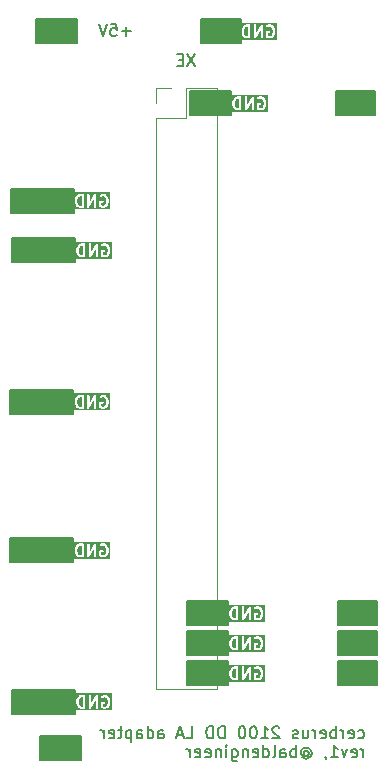
<source format=gbr>
%TF.GenerationSoftware,KiCad,Pcbnew,8.0.1*%
%TF.CreationDate,2024-04-12T14:48:39-05:00*%
%TF.ProjectId,Digilent Discovery LA Adapter,44696769-6c65-46e7-9420-446973636f76,1*%
%TF.SameCoordinates,Original*%
%TF.FileFunction,Legend,Bot*%
%TF.FilePolarity,Positive*%
%FSLAX46Y46*%
G04 Gerber Fmt 4.6, Leading zero omitted, Abs format (unit mm)*
G04 Created by KiCad (PCBNEW 8.0.1) date 2024-04-12 14:48:39*
%MOMM*%
%LPD*%
G01*
G04 APERTURE LIST*
%ADD10C,0.200000*%
%ADD11C,0.150000*%
%ADD12C,0.120000*%
G04 APERTURE END LIST*
D10*
G36*
X155345404Y-114702952D02*
G01*
X155226291Y-114703840D01*
X155118446Y-114669240D01*
X155051307Y-114603752D01*
X155015686Y-114535145D01*
X154972207Y-114367580D01*
X154970801Y-114248773D01*
X155011041Y-114081500D01*
X155046963Y-114006830D01*
X155114270Y-113937824D01*
X155217454Y-113902130D01*
X155343893Y-113901187D01*
X155345404Y-114702952D01*
G37*
G36*
X157750056Y-115013330D02*
G01*
X154661168Y-115013330D01*
X154661168Y-114230790D01*
X154772279Y-114230790D01*
X154773906Y-114368363D01*
X154772397Y-114378508D01*
X154774168Y-114390486D01*
X154774200Y-114393156D01*
X154774764Y-114394519D01*
X154775265Y-114397901D01*
X154822769Y-114580980D01*
X154823449Y-114590536D01*
X154829040Y-114605148D01*
X154829479Y-114606837D01*
X154829909Y-114607417D01*
X154830455Y-114608844D01*
X154879791Y-114703866D01*
X154884369Y-114714918D01*
X154887527Y-114718766D01*
X154888517Y-114720672D01*
X154890511Y-114722401D01*
X154896806Y-114730071D01*
X154982751Y-114813902D01*
X154983756Y-114815912D01*
X154993280Y-114824172D01*
X155007197Y-114837747D01*
X155010516Y-114839122D01*
X155013232Y-114841477D01*
X155031132Y-114849468D01*
X155174216Y-114895374D01*
X155186103Y-114900298D01*
X155191095Y-114900789D01*
X155193104Y-114901434D01*
X155195738Y-114901246D01*
X155205612Y-114902219D01*
X155463216Y-114900298D01*
X155499264Y-114885366D01*
X155526854Y-114857776D01*
X155541786Y-114821728D01*
X155543707Y-114802219D01*
X155541823Y-113802219D01*
X155819898Y-113802219D01*
X155821771Y-114796386D01*
X155820142Y-114809204D01*
X155821806Y-114815308D01*
X155821819Y-114821728D01*
X155826910Y-114834018D01*
X155830409Y-114846847D01*
X155834311Y-114851885D01*
X155836751Y-114857776D01*
X155846156Y-114867181D01*
X155854299Y-114877696D01*
X155859833Y-114880858D01*
X155864341Y-114885366D01*
X155876626Y-114890454D01*
X155888176Y-114897055D01*
X155894500Y-114897858D01*
X155900389Y-114900298D01*
X155913690Y-114900298D01*
X155926883Y-114901975D01*
X155933032Y-114900298D01*
X155939407Y-114900298D01*
X155951697Y-114895206D01*
X155964526Y-114891708D01*
X155969564Y-114887805D01*
X155975455Y-114885366D01*
X155984860Y-114875960D01*
X155995375Y-114867818D01*
X156001178Y-114859642D01*
X156003045Y-114857776D01*
X156003803Y-114855943D01*
X156006722Y-114851833D01*
X156392028Y-114174972D01*
X156393247Y-114821728D01*
X156408179Y-114857776D01*
X156435769Y-114885366D01*
X156471817Y-114900298D01*
X156510835Y-114900298D01*
X156546883Y-114885366D01*
X156574473Y-114857776D01*
X156589405Y-114821728D01*
X156591326Y-114802219D01*
X156590518Y-114373647D01*
X156819898Y-114373647D01*
X156821819Y-114726488D01*
X156836750Y-114762537D01*
X156849187Y-114777690D01*
X156887950Y-114814776D01*
X156888518Y-114815912D01*
X156895139Y-114821654D01*
X156911959Y-114837747D01*
X156915278Y-114839122D01*
X156917994Y-114841477D01*
X156935894Y-114849468D01*
X157078978Y-114895374D01*
X157090865Y-114900298D01*
X157095857Y-114900789D01*
X157097866Y-114901434D01*
X157100500Y-114901246D01*
X157110374Y-114902219D01*
X157206516Y-114900609D01*
X157218119Y-114901434D01*
X157222955Y-114900334D01*
X157225121Y-114900298D01*
X157227563Y-114899286D01*
X157237235Y-114897087D01*
X157365612Y-114852678D01*
X157367979Y-114852678D01*
X157379971Y-114847710D01*
X157397992Y-114841477D01*
X157400707Y-114839122D01*
X157404027Y-114837747D01*
X157419180Y-114825310D01*
X157513197Y-114728920D01*
X157522707Y-114720673D01*
X157525373Y-114716437D01*
X157526855Y-114714918D01*
X157527866Y-114712476D01*
X157533150Y-114704082D01*
X157576578Y-114613810D01*
X157581745Y-114606837D01*
X157586973Y-114592202D01*
X157587775Y-114590536D01*
X157587826Y-114589815D01*
X157588340Y-114588377D01*
X157632919Y-114403064D01*
X157637024Y-114393156D01*
X157638216Y-114381046D01*
X157638827Y-114378508D01*
X157638609Y-114377049D01*
X157638945Y-114373647D01*
X157637317Y-114236073D01*
X157638827Y-114225929D01*
X157637055Y-114213950D01*
X157637024Y-114211281D01*
X157636459Y-114209917D01*
X157635959Y-114206536D01*
X157588454Y-114023456D01*
X157587775Y-114013901D01*
X157582182Y-113999285D01*
X157581745Y-113997600D01*
X157581315Y-113997020D01*
X157580769Y-113995592D01*
X157531426Y-113900558D01*
X157526854Y-113889519D01*
X157523698Y-113885674D01*
X157522707Y-113883764D01*
X157520709Y-113882031D01*
X157514418Y-113874365D01*
X157428473Y-113790536D01*
X157427468Y-113788526D01*
X157417938Y-113780260D01*
X157404026Y-113766691D01*
X157400707Y-113765316D01*
X157397992Y-113762961D01*
X157380091Y-113754970D01*
X157237011Y-113709065D01*
X157225121Y-113704140D01*
X157220127Y-113703648D01*
X157218119Y-113703004D01*
X157215485Y-113703191D01*
X157205612Y-113702219D01*
X157077455Y-113703735D01*
X157075262Y-113703004D01*
X157062479Y-113703912D01*
X157043246Y-113704140D01*
X157039925Y-113705515D01*
X157036342Y-113705770D01*
X157018033Y-113712776D01*
X156906205Y-113770838D01*
X156880641Y-113800315D01*
X156868302Y-113837331D01*
X156871068Y-113876251D01*
X156888517Y-113911150D01*
X156917994Y-113936714D01*
X156955010Y-113949053D01*
X156993930Y-113946287D01*
X157012238Y-113939281D01*
X157084106Y-113901966D01*
X157185459Y-113900767D01*
X157292776Y-113935198D01*
X157359917Y-114000685D01*
X157395537Y-114069289D01*
X157439016Y-114236856D01*
X157440422Y-114355664D01*
X157400182Y-114522936D01*
X157364260Y-114597606D01*
X157296951Y-114666614D01*
X157193435Y-114702422D01*
X157129948Y-114703485D01*
X157022768Y-114669098D01*
X157019675Y-114666140D01*
X157018622Y-114472743D01*
X157129883Y-114471726D01*
X157165931Y-114456794D01*
X157193521Y-114429204D01*
X157208453Y-114393156D01*
X157208453Y-114354138D01*
X157193521Y-114318090D01*
X157165931Y-114290500D01*
X157129883Y-114275568D01*
X157110374Y-114273647D01*
X156900389Y-114275568D01*
X156864341Y-114290500D01*
X156836751Y-114318090D01*
X156821819Y-114354138D01*
X156819898Y-114373647D01*
X156590518Y-114373647D01*
X156589452Y-113808051D01*
X156591082Y-113795234D01*
X156589417Y-113789129D01*
X156589405Y-113782710D01*
X156584315Y-113770423D01*
X156580816Y-113757591D01*
X156576911Y-113752549D01*
X156574473Y-113746662D01*
X156565069Y-113737258D01*
X156556925Y-113726742D01*
X156551390Y-113723579D01*
X156546883Y-113719072D01*
X156534597Y-113713983D01*
X156523048Y-113707383D01*
X156516723Y-113706579D01*
X156510835Y-113704140D01*
X156497535Y-113704140D01*
X156484342Y-113702463D01*
X156478193Y-113704140D01*
X156471817Y-113704140D01*
X156459530Y-113709229D01*
X156446698Y-113712729D01*
X156441656Y-113716633D01*
X156435769Y-113719072D01*
X156426365Y-113728475D01*
X156415849Y-113736620D01*
X156410045Y-113744795D01*
X156408179Y-113746662D01*
X156407420Y-113748494D01*
X156404502Y-113752605D01*
X156019195Y-114429465D01*
X156017977Y-113782710D01*
X156003045Y-113746662D01*
X155975455Y-113719072D01*
X155939407Y-113704140D01*
X155900389Y-113704140D01*
X155864341Y-113719072D01*
X155836751Y-113746662D01*
X155821819Y-113782710D01*
X155819898Y-113802219D01*
X155541823Y-113802219D01*
X155541786Y-113782710D01*
X155526854Y-113746662D01*
X155499264Y-113719072D01*
X155463216Y-113704140D01*
X155443707Y-113702219D01*
X155206905Y-113703984D01*
X155193104Y-113703004D01*
X155188176Y-113704124D01*
X155186103Y-113704140D01*
X155183661Y-113705151D01*
X155173989Y-113707351D01*
X155045615Y-113751759D01*
X155043246Y-113751759D01*
X155031249Y-113756728D01*
X155013232Y-113762961D01*
X155010516Y-113765316D01*
X155007198Y-113766691D01*
X154992044Y-113779127D01*
X154898027Y-113875516D01*
X154888517Y-113883765D01*
X154885850Y-113888001D01*
X154884370Y-113889519D01*
X154883359Y-113891958D01*
X154878074Y-113900355D01*
X154834645Y-113990626D01*
X154829479Y-113997600D01*
X154824251Y-114012232D01*
X154823449Y-114013901D01*
X154823397Y-114014623D01*
X154822884Y-114016061D01*
X154778304Y-114201371D01*
X154774200Y-114211281D01*
X154773007Y-114223390D01*
X154772397Y-114225929D01*
X154772614Y-114227387D01*
X154772279Y-114230790D01*
X154661168Y-114230790D01*
X154661168Y-113591108D01*
X157750056Y-113591108D01*
X157750056Y-115013330D01*
G37*
G36*
X155345404Y-112162952D02*
G01*
X155226291Y-112163840D01*
X155118446Y-112129240D01*
X155051307Y-112063752D01*
X155015686Y-111995145D01*
X154972207Y-111827580D01*
X154970801Y-111708773D01*
X155011041Y-111541500D01*
X155046963Y-111466830D01*
X155114270Y-111397824D01*
X155217454Y-111362130D01*
X155343893Y-111361187D01*
X155345404Y-112162952D01*
G37*
G36*
X157750056Y-112473330D02*
G01*
X154661168Y-112473330D01*
X154661168Y-111690790D01*
X154772279Y-111690790D01*
X154773906Y-111828363D01*
X154772397Y-111838508D01*
X154774168Y-111850486D01*
X154774200Y-111853156D01*
X154774764Y-111854519D01*
X154775265Y-111857901D01*
X154822769Y-112040980D01*
X154823449Y-112050536D01*
X154829040Y-112065148D01*
X154829479Y-112066837D01*
X154829909Y-112067417D01*
X154830455Y-112068844D01*
X154879791Y-112163866D01*
X154884369Y-112174918D01*
X154887527Y-112178766D01*
X154888517Y-112180672D01*
X154890511Y-112182401D01*
X154896806Y-112190071D01*
X154982751Y-112273902D01*
X154983756Y-112275912D01*
X154993280Y-112284172D01*
X155007197Y-112297747D01*
X155010516Y-112299122D01*
X155013232Y-112301477D01*
X155031132Y-112309468D01*
X155174216Y-112355374D01*
X155186103Y-112360298D01*
X155191095Y-112360789D01*
X155193104Y-112361434D01*
X155195738Y-112361246D01*
X155205612Y-112362219D01*
X155463216Y-112360298D01*
X155499264Y-112345366D01*
X155526854Y-112317776D01*
X155541786Y-112281728D01*
X155543707Y-112262219D01*
X155541823Y-111262219D01*
X155819898Y-111262219D01*
X155821771Y-112256386D01*
X155820142Y-112269204D01*
X155821806Y-112275308D01*
X155821819Y-112281728D01*
X155826910Y-112294018D01*
X155830409Y-112306847D01*
X155834311Y-112311885D01*
X155836751Y-112317776D01*
X155846156Y-112327181D01*
X155854299Y-112337696D01*
X155859833Y-112340858D01*
X155864341Y-112345366D01*
X155876626Y-112350454D01*
X155888176Y-112357055D01*
X155894500Y-112357858D01*
X155900389Y-112360298D01*
X155913690Y-112360298D01*
X155926883Y-112361975D01*
X155933032Y-112360298D01*
X155939407Y-112360298D01*
X155951697Y-112355206D01*
X155964526Y-112351708D01*
X155969564Y-112347805D01*
X155975455Y-112345366D01*
X155984860Y-112335960D01*
X155995375Y-112327818D01*
X156001178Y-112319642D01*
X156003045Y-112317776D01*
X156003803Y-112315943D01*
X156006722Y-112311833D01*
X156392028Y-111634972D01*
X156393247Y-112281728D01*
X156408179Y-112317776D01*
X156435769Y-112345366D01*
X156471817Y-112360298D01*
X156510835Y-112360298D01*
X156546883Y-112345366D01*
X156574473Y-112317776D01*
X156589405Y-112281728D01*
X156591326Y-112262219D01*
X156590518Y-111833647D01*
X156819898Y-111833647D01*
X156821819Y-112186488D01*
X156836750Y-112222537D01*
X156849187Y-112237690D01*
X156887950Y-112274776D01*
X156888518Y-112275912D01*
X156895139Y-112281654D01*
X156911959Y-112297747D01*
X156915278Y-112299122D01*
X156917994Y-112301477D01*
X156935894Y-112309468D01*
X157078978Y-112355374D01*
X157090865Y-112360298D01*
X157095857Y-112360789D01*
X157097866Y-112361434D01*
X157100500Y-112361246D01*
X157110374Y-112362219D01*
X157206516Y-112360609D01*
X157218119Y-112361434D01*
X157222955Y-112360334D01*
X157225121Y-112360298D01*
X157227563Y-112359286D01*
X157237235Y-112357087D01*
X157365612Y-112312678D01*
X157367979Y-112312678D01*
X157379971Y-112307710D01*
X157397992Y-112301477D01*
X157400707Y-112299122D01*
X157404027Y-112297747D01*
X157419180Y-112285310D01*
X157513197Y-112188920D01*
X157522707Y-112180673D01*
X157525373Y-112176437D01*
X157526855Y-112174918D01*
X157527866Y-112172476D01*
X157533150Y-112164082D01*
X157576578Y-112073810D01*
X157581745Y-112066837D01*
X157586973Y-112052202D01*
X157587775Y-112050536D01*
X157587826Y-112049815D01*
X157588340Y-112048377D01*
X157632919Y-111863064D01*
X157637024Y-111853156D01*
X157638216Y-111841046D01*
X157638827Y-111838508D01*
X157638609Y-111837049D01*
X157638945Y-111833647D01*
X157637317Y-111696073D01*
X157638827Y-111685929D01*
X157637055Y-111673950D01*
X157637024Y-111671281D01*
X157636459Y-111669917D01*
X157635959Y-111666536D01*
X157588454Y-111483456D01*
X157587775Y-111473901D01*
X157582182Y-111459285D01*
X157581745Y-111457600D01*
X157581315Y-111457020D01*
X157580769Y-111455592D01*
X157531426Y-111360558D01*
X157526854Y-111349519D01*
X157523698Y-111345674D01*
X157522707Y-111343764D01*
X157520709Y-111342031D01*
X157514418Y-111334365D01*
X157428473Y-111250536D01*
X157427468Y-111248526D01*
X157417938Y-111240260D01*
X157404026Y-111226691D01*
X157400707Y-111225316D01*
X157397992Y-111222961D01*
X157380091Y-111214970D01*
X157237011Y-111169065D01*
X157225121Y-111164140D01*
X157220127Y-111163648D01*
X157218119Y-111163004D01*
X157215485Y-111163191D01*
X157205612Y-111162219D01*
X157077455Y-111163735D01*
X157075262Y-111163004D01*
X157062479Y-111163912D01*
X157043246Y-111164140D01*
X157039925Y-111165515D01*
X157036342Y-111165770D01*
X157018033Y-111172776D01*
X156906205Y-111230838D01*
X156880641Y-111260315D01*
X156868302Y-111297331D01*
X156871068Y-111336251D01*
X156888517Y-111371150D01*
X156917994Y-111396714D01*
X156955010Y-111409053D01*
X156993930Y-111406287D01*
X157012238Y-111399281D01*
X157084106Y-111361966D01*
X157185459Y-111360767D01*
X157292776Y-111395198D01*
X157359917Y-111460685D01*
X157395537Y-111529289D01*
X157439016Y-111696856D01*
X157440422Y-111815664D01*
X157400182Y-111982936D01*
X157364260Y-112057606D01*
X157296951Y-112126614D01*
X157193435Y-112162422D01*
X157129948Y-112163485D01*
X157022768Y-112129098D01*
X157019675Y-112126140D01*
X157018622Y-111932743D01*
X157129883Y-111931726D01*
X157165931Y-111916794D01*
X157193521Y-111889204D01*
X157208453Y-111853156D01*
X157208453Y-111814138D01*
X157193521Y-111778090D01*
X157165931Y-111750500D01*
X157129883Y-111735568D01*
X157110374Y-111733647D01*
X156900389Y-111735568D01*
X156864341Y-111750500D01*
X156836751Y-111778090D01*
X156821819Y-111814138D01*
X156819898Y-111833647D01*
X156590518Y-111833647D01*
X156589452Y-111268051D01*
X156591082Y-111255234D01*
X156589417Y-111249129D01*
X156589405Y-111242710D01*
X156584315Y-111230423D01*
X156580816Y-111217591D01*
X156576911Y-111212549D01*
X156574473Y-111206662D01*
X156565069Y-111197258D01*
X156556925Y-111186742D01*
X156551390Y-111183579D01*
X156546883Y-111179072D01*
X156534597Y-111173983D01*
X156523048Y-111167383D01*
X156516723Y-111166579D01*
X156510835Y-111164140D01*
X156497535Y-111164140D01*
X156484342Y-111162463D01*
X156478193Y-111164140D01*
X156471817Y-111164140D01*
X156459530Y-111169229D01*
X156446698Y-111172729D01*
X156441656Y-111176633D01*
X156435769Y-111179072D01*
X156426365Y-111188475D01*
X156415849Y-111196620D01*
X156410045Y-111204795D01*
X156408179Y-111206662D01*
X156407420Y-111208494D01*
X156404502Y-111212605D01*
X156019195Y-111889465D01*
X156017977Y-111242710D01*
X156003045Y-111206662D01*
X155975455Y-111179072D01*
X155939407Y-111164140D01*
X155900389Y-111164140D01*
X155864341Y-111179072D01*
X155836751Y-111206662D01*
X155821819Y-111242710D01*
X155819898Y-111262219D01*
X155541823Y-111262219D01*
X155541786Y-111242710D01*
X155526854Y-111206662D01*
X155499264Y-111179072D01*
X155463216Y-111164140D01*
X155443707Y-111162219D01*
X155206905Y-111163984D01*
X155193104Y-111163004D01*
X155188176Y-111164124D01*
X155186103Y-111164140D01*
X155183661Y-111165151D01*
X155173989Y-111167351D01*
X155045615Y-111211759D01*
X155043246Y-111211759D01*
X155031249Y-111216728D01*
X155013232Y-111222961D01*
X155010516Y-111225316D01*
X155007198Y-111226691D01*
X154992044Y-111239127D01*
X154898027Y-111335516D01*
X154888517Y-111343765D01*
X154885850Y-111348001D01*
X154884370Y-111349519D01*
X154883359Y-111351958D01*
X154878074Y-111360355D01*
X154834645Y-111450626D01*
X154829479Y-111457600D01*
X154824251Y-111472232D01*
X154823449Y-111473901D01*
X154823397Y-111474623D01*
X154822884Y-111476061D01*
X154778304Y-111661371D01*
X154774200Y-111671281D01*
X154773007Y-111683390D01*
X154772397Y-111685929D01*
X154772614Y-111687387D01*
X154772279Y-111690790D01*
X154661168Y-111690790D01*
X154661168Y-111051108D01*
X157750056Y-111051108D01*
X157750056Y-112473330D01*
G37*
G36*
X155345404Y-109622952D02*
G01*
X155226291Y-109623840D01*
X155118446Y-109589240D01*
X155051307Y-109523752D01*
X155015686Y-109455145D01*
X154972207Y-109287580D01*
X154970801Y-109168773D01*
X155011041Y-109001500D01*
X155046963Y-108926830D01*
X155114270Y-108857824D01*
X155217454Y-108822130D01*
X155343893Y-108821187D01*
X155345404Y-109622952D01*
G37*
G36*
X157750056Y-109933330D02*
G01*
X154661168Y-109933330D01*
X154661168Y-109150790D01*
X154772279Y-109150790D01*
X154773906Y-109288363D01*
X154772397Y-109298508D01*
X154774168Y-109310486D01*
X154774200Y-109313156D01*
X154774764Y-109314519D01*
X154775265Y-109317901D01*
X154822769Y-109500980D01*
X154823449Y-109510536D01*
X154829040Y-109525148D01*
X154829479Y-109526837D01*
X154829909Y-109527417D01*
X154830455Y-109528844D01*
X154879791Y-109623866D01*
X154884369Y-109634918D01*
X154887527Y-109638766D01*
X154888517Y-109640672D01*
X154890511Y-109642401D01*
X154896806Y-109650071D01*
X154982751Y-109733902D01*
X154983756Y-109735912D01*
X154993280Y-109744172D01*
X155007197Y-109757747D01*
X155010516Y-109759122D01*
X155013232Y-109761477D01*
X155031132Y-109769468D01*
X155174216Y-109815374D01*
X155186103Y-109820298D01*
X155191095Y-109820789D01*
X155193104Y-109821434D01*
X155195738Y-109821246D01*
X155205612Y-109822219D01*
X155463216Y-109820298D01*
X155499264Y-109805366D01*
X155526854Y-109777776D01*
X155541786Y-109741728D01*
X155543707Y-109722219D01*
X155541823Y-108722219D01*
X155819898Y-108722219D01*
X155821771Y-109716386D01*
X155820142Y-109729204D01*
X155821806Y-109735308D01*
X155821819Y-109741728D01*
X155826910Y-109754018D01*
X155830409Y-109766847D01*
X155834311Y-109771885D01*
X155836751Y-109777776D01*
X155846156Y-109787181D01*
X155854299Y-109797696D01*
X155859833Y-109800858D01*
X155864341Y-109805366D01*
X155876626Y-109810454D01*
X155888176Y-109817055D01*
X155894500Y-109817858D01*
X155900389Y-109820298D01*
X155913690Y-109820298D01*
X155926883Y-109821975D01*
X155933032Y-109820298D01*
X155939407Y-109820298D01*
X155951697Y-109815206D01*
X155964526Y-109811708D01*
X155969564Y-109807805D01*
X155975455Y-109805366D01*
X155984860Y-109795960D01*
X155995375Y-109787818D01*
X156001178Y-109779642D01*
X156003045Y-109777776D01*
X156003803Y-109775943D01*
X156006722Y-109771833D01*
X156392028Y-109094972D01*
X156393247Y-109741728D01*
X156408179Y-109777776D01*
X156435769Y-109805366D01*
X156471817Y-109820298D01*
X156510835Y-109820298D01*
X156546883Y-109805366D01*
X156574473Y-109777776D01*
X156589405Y-109741728D01*
X156591326Y-109722219D01*
X156590518Y-109293647D01*
X156819898Y-109293647D01*
X156821819Y-109646488D01*
X156836750Y-109682537D01*
X156849187Y-109697690D01*
X156887950Y-109734776D01*
X156888518Y-109735912D01*
X156895139Y-109741654D01*
X156911959Y-109757747D01*
X156915278Y-109759122D01*
X156917994Y-109761477D01*
X156935894Y-109769468D01*
X157078978Y-109815374D01*
X157090865Y-109820298D01*
X157095857Y-109820789D01*
X157097866Y-109821434D01*
X157100500Y-109821246D01*
X157110374Y-109822219D01*
X157206516Y-109820609D01*
X157218119Y-109821434D01*
X157222955Y-109820334D01*
X157225121Y-109820298D01*
X157227563Y-109819286D01*
X157237235Y-109817087D01*
X157365612Y-109772678D01*
X157367979Y-109772678D01*
X157379971Y-109767710D01*
X157397992Y-109761477D01*
X157400707Y-109759122D01*
X157404027Y-109757747D01*
X157419180Y-109745310D01*
X157513197Y-109648920D01*
X157522707Y-109640673D01*
X157525373Y-109636437D01*
X157526855Y-109634918D01*
X157527866Y-109632476D01*
X157533150Y-109624082D01*
X157576578Y-109533810D01*
X157581745Y-109526837D01*
X157586973Y-109512202D01*
X157587775Y-109510536D01*
X157587826Y-109509815D01*
X157588340Y-109508377D01*
X157632919Y-109323064D01*
X157637024Y-109313156D01*
X157638216Y-109301046D01*
X157638827Y-109298508D01*
X157638609Y-109297049D01*
X157638945Y-109293647D01*
X157637317Y-109156073D01*
X157638827Y-109145929D01*
X157637055Y-109133950D01*
X157637024Y-109131281D01*
X157636459Y-109129917D01*
X157635959Y-109126536D01*
X157588454Y-108943456D01*
X157587775Y-108933901D01*
X157582182Y-108919285D01*
X157581745Y-108917600D01*
X157581315Y-108917020D01*
X157580769Y-108915592D01*
X157531426Y-108820558D01*
X157526854Y-108809519D01*
X157523698Y-108805674D01*
X157522707Y-108803764D01*
X157520709Y-108802031D01*
X157514418Y-108794365D01*
X157428473Y-108710536D01*
X157427468Y-108708526D01*
X157417938Y-108700260D01*
X157404026Y-108686691D01*
X157400707Y-108685316D01*
X157397992Y-108682961D01*
X157380091Y-108674970D01*
X157237011Y-108629065D01*
X157225121Y-108624140D01*
X157220127Y-108623648D01*
X157218119Y-108623004D01*
X157215485Y-108623191D01*
X157205612Y-108622219D01*
X157077455Y-108623735D01*
X157075262Y-108623004D01*
X157062479Y-108623912D01*
X157043246Y-108624140D01*
X157039925Y-108625515D01*
X157036342Y-108625770D01*
X157018033Y-108632776D01*
X156906205Y-108690838D01*
X156880641Y-108720315D01*
X156868302Y-108757331D01*
X156871068Y-108796251D01*
X156888517Y-108831150D01*
X156917994Y-108856714D01*
X156955010Y-108869053D01*
X156993930Y-108866287D01*
X157012238Y-108859281D01*
X157084106Y-108821966D01*
X157185459Y-108820767D01*
X157292776Y-108855198D01*
X157359917Y-108920685D01*
X157395537Y-108989289D01*
X157439016Y-109156856D01*
X157440422Y-109275664D01*
X157400182Y-109442936D01*
X157364260Y-109517606D01*
X157296951Y-109586614D01*
X157193435Y-109622422D01*
X157129948Y-109623485D01*
X157022768Y-109589098D01*
X157019675Y-109586140D01*
X157018622Y-109392743D01*
X157129883Y-109391726D01*
X157165931Y-109376794D01*
X157193521Y-109349204D01*
X157208453Y-109313156D01*
X157208453Y-109274138D01*
X157193521Y-109238090D01*
X157165931Y-109210500D01*
X157129883Y-109195568D01*
X157110374Y-109193647D01*
X156900389Y-109195568D01*
X156864341Y-109210500D01*
X156836751Y-109238090D01*
X156821819Y-109274138D01*
X156819898Y-109293647D01*
X156590518Y-109293647D01*
X156589452Y-108728051D01*
X156591082Y-108715234D01*
X156589417Y-108709129D01*
X156589405Y-108702710D01*
X156584315Y-108690423D01*
X156580816Y-108677591D01*
X156576911Y-108672549D01*
X156574473Y-108666662D01*
X156565069Y-108657258D01*
X156556925Y-108646742D01*
X156551390Y-108643579D01*
X156546883Y-108639072D01*
X156534597Y-108633983D01*
X156523048Y-108627383D01*
X156516723Y-108626579D01*
X156510835Y-108624140D01*
X156497535Y-108624140D01*
X156484342Y-108622463D01*
X156478193Y-108624140D01*
X156471817Y-108624140D01*
X156459530Y-108629229D01*
X156446698Y-108632729D01*
X156441656Y-108636633D01*
X156435769Y-108639072D01*
X156426365Y-108648475D01*
X156415849Y-108656620D01*
X156410045Y-108664795D01*
X156408179Y-108666662D01*
X156407420Y-108668494D01*
X156404502Y-108672605D01*
X156019195Y-109349465D01*
X156017977Y-108702710D01*
X156003045Y-108666662D01*
X155975455Y-108639072D01*
X155939407Y-108624140D01*
X155900389Y-108624140D01*
X155864341Y-108639072D01*
X155836751Y-108666662D01*
X155821819Y-108702710D01*
X155819898Y-108722219D01*
X155541823Y-108722219D01*
X155541786Y-108702710D01*
X155526854Y-108666662D01*
X155499264Y-108639072D01*
X155463216Y-108624140D01*
X155443707Y-108622219D01*
X155206905Y-108623984D01*
X155193104Y-108623004D01*
X155188176Y-108624124D01*
X155186103Y-108624140D01*
X155183661Y-108625151D01*
X155173989Y-108627351D01*
X155045615Y-108671759D01*
X155043246Y-108671759D01*
X155031249Y-108676728D01*
X155013232Y-108682961D01*
X155010516Y-108685316D01*
X155007198Y-108686691D01*
X154992044Y-108699127D01*
X154898027Y-108795516D01*
X154888517Y-108803765D01*
X154885850Y-108808001D01*
X154884370Y-108809519D01*
X154883359Y-108811958D01*
X154878074Y-108820355D01*
X154834645Y-108910626D01*
X154829479Y-108917600D01*
X154824251Y-108932232D01*
X154823449Y-108933901D01*
X154823397Y-108934623D01*
X154822884Y-108936061D01*
X154778304Y-109121371D01*
X154774200Y-109131281D01*
X154773007Y-109143390D01*
X154772397Y-109145929D01*
X154772614Y-109147387D01*
X154772279Y-109150790D01*
X154661168Y-109150790D01*
X154661168Y-108511108D01*
X157750056Y-108511108D01*
X157750056Y-109933330D01*
G37*
G36*
X142391404Y-117115952D02*
G01*
X142272291Y-117116840D01*
X142164446Y-117082240D01*
X142097307Y-117016752D01*
X142061686Y-116948145D01*
X142018207Y-116780580D01*
X142016801Y-116661773D01*
X142057041Y-116494500D01*
X142092963Y-116419830D01*
X142160270Y-116350824D01*
X142263454Y-116315130D01*
X142389893Y-116314187D01*
X142391404Y-117115952D01*
G37*
G36*
X144796056Y-117426330D02*
G01*
X141707168Y-117426330D01*
X141707168Y-116643790D01*
X141818279Y-116643790D01*
X141819906Y-116781363D01*
X141818397Y-116791508D01*
X141820168Y-116803486D01*
X141820200Y-116806156D01*
X141820764Y-116807519D01*
X141821265Y-116810901D01*
X141868769Y-116993980D01*
X141869449Y-117003536D01*
X141875040Y-117018148D01*
X141875479Y-117019837D01*
X141875909Y-117020417D01*
X141876455Y-117021844D01*
X141925791Y-117116866D01*
X141930369Y-117127918D01*
X141933527Y-117131766D01*
X141934517Y-117133672D01*
X141936511Y-117135401D01*
X141942806Y-117143071D01*
X142028751Y-117226902D01*
X142029756Y-117228912D01*
X142039280Y-117237172D01*
X142053197Y-117250747D01*
X142056516Y-117252122D01*
X142059232Y-117254477D01*
X142077132Y-117262468D01*
X142220216Y-117308374D01*
X142232103Y-117313298D01*
X142237095Y-117313789D01*
X142239104Y-117314434D01*
X142241738Y-117314246D01*
X142251612Y-117315219D01*
X142509216Y-117313298D01*
X142545264Y-117298366D01*
X142572854Y-117270776D01*
X142587786Y-117234728D01*
X142589707Y-117215219D01*
X142587823Y-116215219D01*
X142865898Y-116215219D01*
X142867771Y-117209386D01*
X142866142Y-117222204D01*
X142867806Y-117228308D01*
X142867819Y-117234728D01*
X142872910Y-117247018D01*
X142876409Y-117259847D01*
X142880311Y-117264885D01*
X142882751Y-117270776D01*
X142892156Y-117280181D01*
X142900299Y-117290696D01*
X142905833Y-117293858D01*
X142910341Y-117298366D01*
X142922626Y-117303454D01*
X142934176Y-117310055D01*
X142940500Y-117310858D01*
X142946389Y-117313298D01*
X142959690Y-117313298D01*
X142972883Y-117314975D01*
X142979032Y-117313298D01*
X142985407Y-117313298D01*
X142997697Y-117308206D01*
X143010526Y-117304708D01*
X143015564Y-117300805D01*
X143021455Y-117298366D01*
X143030860Y-117288960D01*
X143041375Y-117280818D01*
X143047178Y-117272642D01*
X143049045Y-117270776D01*
X143049803Y-117268943D01*
X143052722Y-117264833D01*
X143438028Y-116587972D01*
X143439247Y-117234728D01*
X143454179Y-117270776D01*
X143481769Y-117298366D01*
X143517817Y-117313298D01*
X143556835Y-117313298D01*
X143592883Y-117298366D01*
X143620473Y-117270776D01*
X143635405Y-117234728D01*
X143637326Y-117215219D01*
X143636518Y-116786647D01*
X143865898Y-116786647D01*
X143867819Y-117139488D01*
X143882750Y-117175537D01*
X143895187Y-117190690D01*
X143933950Y-117227776D01*
X143934518Y-117228912D01*
X143941139Y-117234654D01*
X143957959Y-117250747D01*
X143961278Y-117252122D01*
X143963994Y-117254477D01*
X143981894Y-117262468D01*
X144124978Y-117308374D01*
X144136865Y-117313298D01*
X144141857Y-117313789D01*
X144143866Y-117314434D01*
X144146500Y-117314246D01*
X144156374Y-117315219D01*
X144252516Y-117313609D01*
X144264119Y-117314434D01*
X144268955Y-117313334D01*
X144271121Y-117313298D01*
X144273563Y-117312286D01*
X144283235Y-117310087D01*
X144411612Y-117265678D01*
X144413979Y-117265678D01*
X144425971Y-117260710D01*
X144443992Y-117254477D01*
X144446707Y-117252122D01*
X144450027Y-117250747D01*
X144465180Y-117238310D01*
X144559197Y-117141920D01*
X144568707Y-117133673D01*
X144571373Y-117129437D01*
X144572855Y-117127918D01*
X144573866Y-117125476D01*
X144579150Y-117117082D01*
X144622578Y-117026810D01*
X144627745Y-117019837D01*
X144632973Y-117005202D01*
X144633775Y-117003536D01*
X144633826Y-117002815D01*
X144634340Y-117001377D01*
X144678919Y-116816064D01*
X144683024Y-116806156D01*
X144684216Y-116794046D01*
X144684827Y-116791508D01*
X144684609Y-116790049D01*
X144684945Y-116786647D01*
X144683317Y-116649073D01*
X144684827Y-116638929D01*
X144683055Y-116626950D01*
X144683024Y-116624281D01*
X144682459Y-116622917D01*
X144681959Y-116619536D01*
X144634454Y-116436456D01*
X144633775Y-116426901D01*
X144628182Y-116412285D01*
X144627745Y-116410600D01*
X144627315Y-116410020D01*
X144626769Y-116408592D01*
X144577426Y-116313558D01*
X144572854Y-116302519D01*
X144569698Y-116298674D01*
X144568707Y-116296764D01*
X144566709Y-116295031D01*
X144560418Y-116287365D01*
X144474473Y-116203536D01*
X144473468Y-116201526D01*
X144463938Y-116193260D01*
X144450026Y-116179691D01*
X144446707Y-116178316D01*
X144443992Y-116175961D01*
X144426091Y-116167970D01*
X144283011Y-116122065D01*
X144271121Y-116117140D01*
X144266127Y-116116648D01*
X144264119Y-116116004D01*
X144261485Y-116116191D01*
X144251612Y-116115219D01*
X144123455Y-116116735D01*
X144121262Y-116116004D01*
X144108479Y-116116912D01*
X144089246Y-116117140D01*
X144085925Y-116118515D01*
X144082342Y-116118770D01*
X144064033Y-116125776D01*
X143952205Y-116183838D01*
X143926641Y-116213315D01*
X143914302Y-116250331D01*
X143917068Y-116289251D01*
X143934517Y-116324150D01*
X143963994Y-116349714D01*
X144001010Y-116362053D01*
X144039930Y-116359287D01*
X144058238Y-116352281D01*
X144130106Y-116314966D01*
X144231459Y-116313767D01*
X144338776Y-116348198D01*
X144405917Y-116413685D01*
X144441537Y-116482289D01*
X144485016Y-116649856D01*
X144486422Y-116768664D01*
X144446182Y-116935936D01*
X144410260Y-117010606D01*
X144342951Y-117079614D01*
X144239435Y-117115422D01*
X144175948Y-117116485D01*
X144068768Y-117082098D01*
X144065675Y-117079140D01*
X144064622Y-116885743D01*
X144175883Y-116884726D01*
X144211931Y-116869794D01*
X144239521Y-116842204D01*
X144254453Y-116806156D01*
X144254453Y-116767138D01*
X144239521Y-116731090D01*
X144211931Y-116703500D01*
X144175883Y-116688568D01*
X144156374Y-116686647D01*
X143946389Y-116688568D01*
X143910341Y-116703500D01*
X143882751Y-116731090D01*
X143867819Y-116767138D01*
X143865898Y-116786647D01*
X143636518Y-116786647D01*
X143635452Y-116221051D01*
X143637082Y-116208234D01*
X143635417Y-116202129D01*
X143635405Y-116195710D01*
X143630315Y-116183423D01*
X143626816Y-116170591D01*
X143622911Y-116165549D01*
X143620473Y-116159662D01*
X143611069Y-116150258D01*
X143602925Y-116139742D01*
X143597390Y-116136579D01*
X143592883Y-116132072D01*
X143580597Y-116126983D01*
X143569048Y-116120383D01*
X143562723Y-116119579D01*
X143556835Y-116117140D01*
X143543535Y-116117140D01*
X143530342Y-116115463D01*
X143524193Y-116117140D01*
X143517817Y-116117140D01*
X143505530Y-116122229D01*
X143492698Y-116125729D01*
X143487656Y-116129633D01*
X143481769Y-116132072D01*
X143472365Y-116141475D01*
X143461849Y-116149620D01*
X143456045Y-116157795D01*
X143454179Y-116159662D01*
X143453420Y-116161494D01*
X143450502Y-116165605D01*
X143065195Y-116842465D01*
X143063977Y-116195710D01*
X143049045Y-116159662D01*
X143021455Y-116132072D01*
X142985407Y-116117140D01*
X142946389Y-116117140D01*
X142910341Y-116132072D01*
X142882751Y-116159662D01*
X142867819Y-116195710D01*
X142865898Y-116215219D01*
X142587823Y-116215219D01*
X142587786Y-116195710D01*
X142572854Y-116159662D01*
X142545264Y-116132072D01*
X142509216Y-116117140D01*
X142489707Y-116115219D01*
X142252905Y-116116984D01*
X142239104Y-116116004D01*
X142234176Y-116117124D01*
X142232103Y-116117140D01*
X142229661Y-116118151D01*
X142219989Y-116120351D01*
X142091615Y-116164759D01*
X142089246Y-116164759D01*
X142077249Y-116169728D01*
X142059232Y-116175961D01*
X142056516Y-116178316D01*
X142053198Y-116179691D01*
X142038044Y-116192127D01*
X141944027Y-116288516D01*
X141934517Y-116296765D01*
X141931850Y-116301001D01*
X141930370Y-116302519D01*
X141929359Y-116304958D01*
X141924074Y-116313355D01*
X141880645Y-116403626D01*
X141875479Y-116410600D01*
X141870251Y-116425232D01*
X141869449Y-116426901D01*
X141869397Y-116427623D01*
X141868884Y-116429061D01*
X141824304Y-116614371D01*
X141820200Y-116624281D01*
X141819007Y-116636390D01*
X141818397Y-116638929D01*
X141818614Y-116640387D01*
X141818279Y-116643790D01*
X141707168Y-116643790D01*
X141707168Y-116004108D01*
X144796056Y-116004108D01*
X144796056Y-117426330D01*
G37*
G36*
X142264404Y-104288952D02*
G01*
X142145291Y-104289840D01*
X142037446Y-104255240D01*
X141970307Y-104189752D01*
X141934686Y-104121145D01*
X141891207Y-103953580D01*
X141889801Y-103834773D01*
X141930041Y-103667500D01*
X141965963Y-103592830D01*
X142033270Y-103523824D01*
X142136454Y-103488130D01*
X142262893Y-103487187D01*
X142264404Y-104288952D01*
G37*
G36*
X144669056Y-104599330D02*
G01*
X141580168Y-104599330D01*
X141580168Y-103816790D01*
X141691279Y-103816790D01*
X141692906Y-103954363D01*
X141691397Y-103964508D01*
X141693168Y-103976486D01*
X141693200Y-103979156D01*
X141693764Y-103980519D01*
X141694265Y-103983901D01*
X141741769Y-104166980D01*
X141742449Y-104176536D01*
X141748040Y-104191148D01*
X141748479Y-104192837D01*
X141748909Y-104193417D01*
X141749455Y-104194844D01*
X141798791Y-104289866D01*
X141803369Y-104300918D01*
X141806527Y-104304766D01*
X141807517Y-104306672D01*
X141809511Y-104308401D01*
X141815806Y-104316071D01*
X141901751Y-104399902D01*
X141902756Y-104401912D01*
X141912280Y-104410172D01*
X141926197Y-104423747D01*
X141929516Y-104425122D01*
X141932232Y-104427477D01*
X141950132Y-104435468D01*
X142093216Y-104481374D01*
X142105103Y-104486298D01*
X142110095Y-104486789D01*
X142112104Y-104487434D01*
X142114738Y-104487246D01*
X142124612Y-104488219D01*
X142382216Y-104486298D01*
X142418264Y-104471366D01*
X142445854Y-104443776D01*
X142460786Y-104407728D01*
X142462707Y-104388219D01*
X142460823Y-103388219D01*
X142738898Y-103388219D01*
X142740771Y-104382386D01*
X142739142Y-104395204D01*
X142740806Y-104401308D01*
X142740819Y-104407728D01*
X142745910Y-104420018D01*
X142749409Y-104432847D01*
X142753311Y-104437885D01*
X142755751Y-104443776D01*
X142765156Y-104453181D01*
X142773299Y-104463696D01*
X142778833Y-104466858D01*
X142783341Y-104471366D01*
X142795626Y-104476454D01*
X142807176Y-104483055D01*
X142813500Y-104483858D01*
X142819389Y-104486298D01*
X142832690Y-104486298D01*
X142845883Y-104487975D01*
X142852032Y-104486298D01*
X142858407Y-104486298D01*
X142870697Y-104481206D01*
X142883526Y-104477708D01*
X142888564Y-104473805D01*
X142894455Y-104471366D01*
X142903860Y-104461960D01*
X142914375Y-104453818D01*
X142920178Y-104445642D01*
X142922045Y-104443776D01*
X142922803Y-104441943D01*
X142925722Y-104437833D01*
X143311028Y-103760972D01*
X143312247Y-104407728D01*
X143327179Y-104443776D01*
X143354769Y-104471366D01*
X143390817Y-104486298D01*
X143429835Y-104486298D01*
X143465883Y-104471366D01*
X143493473Y-104443776D01*
X143508405Y-104407728D01*
X143510326Y-104388219D01*
X143509518Y-103959647D01*
X143738898Y-103959647D01*
X143740819Y-104312488D01*
X143755750Y-104348537D01*
X143768187Y-104363690D01*
X143806950Y-104400776D01*
X143807518Y-104401912D01*
X143814139Y-104407654D01*
X143830959Y-104423747D01*
X143834278Y-104425122D01*
X143836994Y-104427477D01*
X143854894Y-104435468D01*
X143997978Y-104481374D01*
X144009865Y-104486298D01*
X144014857Y-104486789D01*
X144016866Y-104487434D01*
X144019500Y-104487246D01*
X144029374Y-104488219D01*
X144125516Y-104486609D01*
X144137119Y-104487434D01*
X144141955Y-104486334D01*
X144144121Y-104486298D01*
X144146563Y-104485286D01*
X144156235Y-104483087D01*
X144284612Y-104438678D01*
X144286979Y-104438678D01*
X144298971Y-104433710D01*
X144316992Y-104427477D01*
X144319707Y-104425122D01*
X144323027Y-104423747D01*
X144338180Y-104411310D01*
X144432197Y-104314920D01*
X144441707Y-104306673D01*
X144444373Y-104302437D01*
X144445855Y-104300918D01*
X144446866Y-104298476D01*
X144452150Y-104290082D01*
X144495578Y-104199810D01*
X144500745Y-104192837D01*
X144505973Y-104178202D01*
X144506775Y-104176536D01*
X144506826Y-104175815D01*
X144507340Y-104174377D01*
X144551919Y-103989064D01*
X144556024Y-103979156D01*
X144557216Y-103967046D01*
X144557827Y-103964508D01*
X144557609Y-103963049D01*
X144557945Y-103959647D01*
X144556317Y-103822073D01*
X144557827Y-103811929D01*
X144556055Y-103799950D01*
X144556024Y-103797281D01*
X144555459Y-103795917D01*
X144554959Y-103792536D01*
X144507454Y-103609456D01*
X144506775Y-103599901D01*
X144501182Y-103585285D01*
X144500745Y-103583600D01*
X144500315Y-103583020D01*
X144499769Y-103581592D01*
X144450426Y-103486558D01*
X144445854Y-103475519D01*
X144442698Y-103471674D01*
X144441707Y-103469764D01*
X144439709Y-103468031D01*
X144433418Y-103460365D01*
X144347473Y-103376536D01*
X144346468Y-103374526D01*
X144336938Y-103366260D01*
X144323026Y-103352691D01*
X144319707Y-103351316D01*
X144316992Y-103348961D01*
X144299091Y-103340970D01*
X144156011Y-103295065D01*
X144144121Y-103290140D01*
X144139127Y-103289648D01*
X144137119Y-103289004D01*
X144134485Y-103289191D01*
X144124612Y-103288219D01*
X143996455Y-103289735D01*
X143994262Y-103289004D01*
X143981479Y-103289912D01*
X143962246Y-103290140D01*
X143958925Y-103291515D01*
X143955342Y-103291770D01*
X143937033Y-103298776D01*
X143825205Y-103356838D01*
X143799641Y-103386315D01*
X143787302Y-103423331D01*
X143790068Y-103462251D01*
X143807517Y-103497150D01*
X143836994Y-103522714D01*
X143874010Y-103535053D01*
X143912930Y-103532287D01*
X143931238Y-103525281D01*
X144003106Y-103487966D01*
X144104459Y-103486767D01*
X144211776Y-103521198D01*
X144278917Y-103586685D01*
X144314537Y-103655289D01*
X144358016Y-103822856D01*
X144359422Y-103941664D01*
X144319182Y-104108936D01*
X144283260Y-104183606D01*
X144215951Y-104252614D01*
X144112435Y-104288422D01*
X144048948Y-104289485D01*
X143941768Y-104255098D01*
X143938675Y-104252140D01*
X143937622Y-104058743D01*
X144048883Y-104057726D01*
X144084931Y-104042794D01*
X144112521Y-104015204D01*
X144127453Y-103979156D01*
X144127453Y-103940138D01*
X144112521Y-103904090D01*
X144084931Y-103876500D01*
X144048883Y-103861568D01*
X144029374Y-103859647D01*
X143819389Y-103861568D01*
X143783341Y-103876500D01*
X143755751Y-103904090D01*
X143740819Y-103940138D01*
X143738898Y-103959647D01*
X143509518Y-103959647D01*
X143508452Y-103394051D01*
X143510082Y-103381234D01*
X143508417Y-103375129D01*
X143508405Y-103368710D01*
X143503315Y-103356423D01*
X143499816Y-103343591D01*
X143495911Y-103338549D01*
X143493473Y-103332662D01*
X143484069Y-103323258D01*
X143475925Y-103312742D01*
X143470390Y-103309579D01*
X143465883Y-103305072D01*
X143453597Y-103299983D01*
X143442048Y-103293383D01*
X143435723Y-103292579D01*
X143429835Y-103290140D01*
X143416535Y-103290140D01*
X143403342Y-103288463D01*
X143397193Y-103290140D01*
X143390817Y-103290140D01*
X143378530Y-103295229D01*
X143365698Y-103298729D01*
X143360656Y-103302633D01*
X143354769Y-103305072D01*
X143345365Y-103314475D01*
X143334849Y-103322620D01*
X143329045Y-103330795D01*
X143327179Y-103332662D01*
X143326420Y-103334494D01*
X143323502Y-103338605D01*
X142938195Y-104015465D01*
X142936977Y-103368710D01*
X142922045Y-103332662D01*
X142894455Y-103305072D01*
X142858407Y-103290140D01*
X142819389Y-103290140D01*
X142783341Y-103305072D01*
X142755751Y-103332662D01*
X142740819Y-103368710D01*
X142738898Y-103388219D01*
X142460823Y-103388219D01*
X142460786Y-103368710D01*
X142445854Y-103332662D01*
X142418264Y-103305072D01*
X142382216Y-103290140D01*
X142362707Y-103288219D01*
X142125905Y-103289984D01*
X142112104Y-103289004D01*
X142107176Y-103290124D01*
X142105103Y-103290140D01*
X142102661Y-103291151D01*
X142092989Y-103293351D01*
X141964615Y-103337759D01*
X141962246Y-103337759D01*
X141950249Y-103342728D01*
X141932232Y-103348961D01*
X141929516Y-103351316D01*
X141926198Y-103352691D01*
X141911044Y-103365127D01*
X141817027Y-103461516D01*
X141807517Y-103469765D01*
X141804850Y-103474001D01*
X141803370Y-103475519D01*
X141802359Y-103477958D01*
X141797074Y-103486355D01*
X141753645Y-103576626D01*
X141748479Y-103583600D01*
X141743251Y-103598232D01*
X141742449Y-103599901D01*
X141742397Y-103600623D01*
X141741884Y-103602061D01*
X141697304Y-103787371D01*
X141693200Y-103797281D01*
X141692007Y-103809390D01*
X141691397Y-103811929D01*
X141691614Y-103813387D01*
X141691279Y-103816790D01*
X141580168Y-103816790D01*
X141580168Y-103177108D01*
X144669056Y-103177108D01*
X144669056Y-104599330D01*
G37*
G36*
X142264404Y-91715952D02*
G01*
X142145291Y-91716840D01*
X142037446Y-91682240D01*
X141970307Y-91616752D01*
X141934686Y-91548145D01*
X141891207Y-91380580D01*
X141889801Y-91261773D01*
X141930041Y-91094500D01*
X141965963Y-91019830D01*
X142033270Y-90950824D01*
X142136454Y-90915130D01*
X142262893Y-90914187D01*
X142264404Y-91715952D01*
G37*
G36*
X144669056Y-92026330D02*
G01*
X141580168Y-92026330D01*
X141580168Y-91243790D01*
X141691279Y-91243790D01*
X141692906Y-91381363D01*
X141691397Y-91391508D01*
X141693168Y-91403486D01*
X141693200Y-91406156D01*
X141693764Y-91407519D01*
X141694265Y-91410901D01*
X141741769Y-91593980D01*
X141742449Y-91603536D01*
X141748040Y-91618148D01*
X141748479Y-91619837D01*
X141748909Y-91620417D01*
X141749455Y-91621844D01*
X141798791Y-91716866D01*
X141803369Y-91727918D01*
X141806527Y-91731766D01*
X141807517Y-91733672D01*
X141809511Y-91735401D01*
X141815806Y-91743071D01*
X141901751Y-91826902D01*
X141902756Y-91828912D01*
X141912280Y-91837172D01*
X141926197Y-91850747D01*
X141929516Y-91852122D01*
X141932232Y-91854477D01*
X141950132Y-91862468D01*
X142093216Y-91908374D01*
X142105103Y-91913298D01*
X142110095Y-91913789D01*
X142112104Y-91914434D01*
X142114738Y-91914246D01*
X142124612Y-91915219D01*
X142382216Y-91913298D01*
X142418264Y-91898366D01*
X142445854Y-91870776D01*
X142460786Y-91834728D01*
X142462707Y-91815219D01*
X142460823Y-90815219D01*
X142738898Y-90815219D01*
X142740771Y-91809386D01*
X142739142Y-91822204D01*
X142740806Y-91828308D01*
X142740819Y-91834728D01*
X142745910Y-91847018D01*
X142749409Y-91859847D01*
X142753311Y-91864885D01*
X142755751Y-91870776D01*
X142765156Y-91880181D01*
X142773299Y-91890696D01*
X142778833Y-91893858D01*
X142783341Y-91898366D01*
X142795626Y-91903454D01*
X142807176Y-91910055D01*
X142813500Y-91910858D01*
X142819389Y-91913298D01*
X142832690Y-91913298D01*
X142845883Y-91914975D01*
X142852032Y-91913298D01*
X142858407Y-91913298D01*
X142870697Y-91908206D01*
X142883526Y-91904708D01*
X142888564Y-91900805D01*
X142894455Y-91898366D01*
X142903860Y-91888960D01*
X142914375Y-91880818D01*
X142920178Y-91872642D01*
X142922045Y-91870776D01*
X142922803Y-91868943D01*
X142925722Y-91864833D01*
X143311028Y-91187972D01*
X143312247Y-91834728D01*
X143327179Y-91870776D01*
X143354769Y-91898366D01*
X143390817Y-91913298D01*
X143429835Y-91913298D01*
X143465883Y-91898366D01*
X143493473Y-91870776D01*
X143508405Y-91834728D01*
X143510326Y-91815219D01*
X143509518Y-91386647D01*
X143738898Y-91386647D01*
X143740819Y-91739488D01*
X143755750Y-91775537D01*
X143768187Y-91790690D01*
X143806950Y-91827776D01*
X143807518Y-91828912D01*
X143814139Y-91834654D01*
X143830959Y-91850747D01*
X143834278Y-91852122D01*
X143836994Y-91854477D01*
X143854894Y-91862468D01*
X143997978Y-91908374D01*
X144009865Y-91913298D01*
X144014857Y-91913789D01*
X144016866Y-91914434D01*
X144019500Y-91914246D01*
X144029374Y-91915219D01*
X144125516Y-91913609D01*
X144137119Y-91914434D01*
X144141955Y-91913334D01*
X144144121Y-91913298D01*
X144146563Y-91912286D01*
X144156235Y-91910087D01*
X144284612Y-91865678D01*
X144286979Y-91865678D01*
X144298971Y-91860710D01*
X144316992Y-91854477D01*
X144319707Y-91852122D01*
X144323027Y-91850747D01*
X144338180Y-91838310D01*
X144432197Y-91741920D01*
X144441707Y-91733673D01*
X144444373Y-91729437D01*
X144445855Y-91727918D01*
X144446866Y-91725476D01*
X144452150Y-91717082D01*
X144495578Y-91626810D01*
X144500745Y-91619837D01*
X144505973Y-91605202D01*
X144506775Y-91603536D01*
X144506826Y-91602815D01*
X144507340Y-91601377D01*
X144551919Y-91416064D01*
X144556024Y-91406156D01*
X144557216Y-91394046D01*
X144557827Y-91391508D01*
X144557609Y-91390049D01*
X144557945Y-91386647D01*
X144556317Y-91249073D01*
X144557827Y-91238929D01*
X144556055Y-91226950D01*
X144556024Y-91224281D01*
X144555459Y-91222917D01*
X144554959Y-91219536D01*
X144507454Y-91036456D01*
X144506775Y-91026901D01*
X144501182Y-91012285D01*
X144500745Y-91010600D01*
X144500315Y-91010020D01*
X144499769Y-91008592D01*
X144450426Y-90913558D01*
X144445854Y-90902519D01*
X144442698Y-90898674D01*
X144441707Y-90896764D01*
X144439709Y-90895031D01*
X144433418Y-90887365D01*
X144347473Y-90803536D01*
X144346468Y-90801526D01*
X144336938Y-90793260D01*
X144323026Y-90779691D01*
X144319707Y-90778316D01*
X144316992Y-90775961D01*
X144299091Y-90767970D01*
X144156011Y-90722065D01*
X144144121Y-90717140D01*
X144139127Y-90716648D01*
X144137119Y-90716004D01*
X144134485Y-90716191D01*
X144124612Y-90715219D01*
X143996455Y-90716735D01*
X143994262Y-90716004D01*
X143981479Y-90716912D01*
X143962246Y-90717140D01*
X143958925Y-90718515D01*
X143955342Y-90718770D01*
X143937033Y-90725776D01*
X143825205Y-90783838D01*
X143799641Y-90813315D01*
X143787302Y-90850331D01*
X143790068Y-90889251D01*
X143807517Y-90924150D01*
X143836994Y-90949714D01*
X143874010Y-90962053D01*
X143912930Y-90959287D01*
X143931238Y-90952281D01*
X144003106Y-90914966D01*
X144104459Y-90913767D01*
X144211776Y-90948198D01*
X144278917Y-91013685D01*
X144314537Y-91082289D01*
X144358016Y-91249856D01*
X144359422Y-91368664D01*
X144319182Y-91535936D01*
X144283260Y-91610606D01*
X144215951Y-91679614D01*
X144112435Y-91715422D01*
X144048948Y-91716485D01*
X143941768Y-91682098D01*
X143938675Y-91679140D01*
X143937622Y-91485743D01*
X144048883Y-91484726D01*
X144084931Y-91469794D01*
X144112521Y-91442204D01*
X144127453Y-91406156D01*
X144127453Y-91367138D01*
X144112521Y-91331090D01*
X144084931Y-91303500D01*
X144048883Y-91288568D01*
X144029374Y-91286647D01*
X143819389Y-91288568D01*
X143783341Y-91303500D01*
X143755751Y-91331090D01*
X143740819Y-91367138D01*
X143738898Y-91386647D01*
X143509518Y-91386647D01*
X143508452Y-90821051D01*
X143510082Y-90808234D01*
X143508417Y-90802129D01*
X143508405Y-90795710D01*
X143503315Y-90783423D01*
X143499816Y-90770591D01*
X143495911Y-90765549D01*
X143493473Y-90759662D01*
X143484069Y-90750258D01*
X143475925Y-90739742D01*
X143470390Y-90736579D01*
X143465883Y-90732072D01*
X143453597Y-90726983D01*
X143442048Y-90720383D01*
X143435723Y-90719579D01*
X143429835Y-90717140D01*
X143416535Y-90717140D01*
X143403342Y-90715463D01*
X143397193Y-90717140D01*
X143390817Y-90717140D01*
X143378530Y-90722229D01*
X143365698Y-90725729D01*
X143360656Y-90729633D01*
X143354769Y-90732072D01*
X143345365Y-90741475D01*
X143334849Y-90749620D01*
X143329045Y-90757795D01*
X143327179Y-90759662D01*
X143326420Y-90761494D01*
X143323502Y-90765605D01*
X142938195Y-91442465D01*
X142936977Y-90795710D01*
X142922045Y-90759662D01*
X142894455Y-90732072D01*
X142858407Y-90717140D01*
X142819389Y-90717140D01*
X142783341Y-90732072D01*
X142755751Y-90759662D01*
X142740819Y-90795710D01*
X142738898Y-90815219D01*
X142460823Y-90815219D01*
X142460786Y-90795710D01*
X142445854Y-90759662D01*
X142418264Y-90732072D01*
X142382216Y-90717140D01*
X142362707Y-90715219D01*
X142125905Y-90716984D01*
X142112104Y-90716004D01*
X142107176Y-90717124D01*
X142105103Y-90717140D01*
X142102661Y-90718151D01*
X142092989Y-90720351D01*
X141964615Y-90764759D01*
X141962246Y-90764759D01*
X141950249Y-90769728D01*
X141932232Y-90775961D01*
X141929516Y-90778316D01*
X141926198Y-90779691D01*
X141911044Y-90792127D01*
X141817027Y-90888516D01*
X141807517Y-90896765D01*
X141804850Y-90901001D01*
X141803370Y-90902519D01*
X141802359Y-90904958D01*
X141797074Y-90913355D01*
X141753645Y-91003626D01*
X141748479Y-91010600D01*
X141743251Y-91025232D01*
X141742449Y-91026901D01*
X141742397Y-91027623D01*
X141741884Y-91029061D01*
X141697304Y-91214371D01*
X141693200Y-91224281D01*
X141692007Y-91236390D01*
X141691397Y-91238929D01*
X141691614Y-91240387D01*
X141691279Y-91243790D01*
X141580168Y-91243790D01*
X141580168Y-90604108D01*
X144669056Y-90604108D01*
X144669056Y-92026330D01*
G37*
G36*
X142391404Y-78888952D02*
G01*
X142272291Y-78889840D01*
X142164446Y-78855240D01*
X142097307Y-78789752D01*
X142061686Y-78721145D01*
X142018207Y-78553580D01*
X142016801Y-78434773D01*
X142057041Y-78267500D01*
X142092963Y-78192830D01*
X142160270Y-78123824D01*
X142263454Y-78088130D01*
X142389893Y-78087187D01*
X142391404Y-78888952D01*
G37*
G36*
X144796056Y-79199330D02*
G01*
X141707168Y-79199330D01*
X141707168Y-78416790D01*
X141818279Y-78416790D01*
X141819906Y-78554363D01*
X141818397Y-78564508D01*
X141820168Y-78576486D01*
X141820200Y-78579156D01*
X141820764Y-78580519D01*
X141821265Y-78583901D01*
X141868769Y-78766980D01*
X141869449Y-78776536D01*
X141875040Y-78791148D01*
X141875479Y-78792837D01*
X141875909Y-78793417D01*
X141876455Y-78794844D01*
X141925791Y-78889866D01*
X141930369Y-78900918D01*
X141933527Y-78904766D01*
X141934517Y-78906672D01*
X141936511Y-78908401D01*
X141942806Y-78916071D01*
X142028751Y-78999902D01*
X142029756Y-79001912D01*
X142039280Y-79010172D01*
X142053197Y-79023747D01*
X142056516Y-79025122D01*
X142059232Y-79027477D01*
X142077132Y-79035468D01*
X142220216Y-79081374D01*
X142232103Y-79086298D01*
X142237095Y-79086789D01*
X142239104Y-79087434D01*
X142241738Y-79087246D01*
X142251612Y-79088219D01*
X142509216Y-79086298D01*
X142545264Y-79071366D01*
X142572854Y-79043776D01*
X142587786Y-79007728D01*
X142589707Y-78988219D01*
X142587823Y-77988219D01*
X142865898Y-77988219D01*
X142867771Y-78982386D01*
X142866142Y-78995204D01*
X142867806Y-79001308D01*
X142867819Y-79007728D01*
X142872910Y-79020018D01*
X142876409Y-79032847D01*
X142880311Y-79037885D01*
X142882751Y-79043776D01*
X142892156Y-79053181D01*
X142900299Y-79063696D01*
X142905833Y-79066858D01*
X142910341Y-79071366D01*
X142922626Y-79076454D01*
X142934176Y-79083055D01*
X142940500Y-79083858D01*
X142946389Y-79086298D01*
X142959690Y-79086298D01*
X142972883Y-79087975D01*
X142979032Y-79086298D01*
X142985407Y-79086298D01*
X142997697Y-79081206D01*
X143010526Y-79077708D01*
X143015564Y-79073805D01*
X143021455Y-79071366D01*
X143030860Y-79061960D01*
X143041375Y-79053818D01*
X143047178Y-79045642D01*
X143049045Y-79043776D01*
X143049803Y-79041943D01*
X143052722Y-79037833D01*
X143438028Y-78360972D01*
X143439247Y-79007728D01*
X143454179Y-79043776D01*
X143481769Y-79071366D01*
X143517817Y-79086298D01*
X143556835Y-79086298D01*
X143592883Y-79071366D01*
X143620473Y-79043776D01*
X143635405Y-79007728D01*
X143637326Y-78988219D01*
X143636518Y-78559647D01*
X143865898Y-78559647D01*
X143867819Y-78912488D01*
X143882750Y-78948537D01*
X143895187Y-78963690D01*
X143933950Y-79000776D01*
X143934518Y-79001912D01*
X143941139Y-79007654D01*
X143957959Y-79023747D01*
X143961278Y-79025122D01*
X143963994Y-79027477D01*
X143981894Y-79035468D01*
X144124978Y-79081374D01*
X144136865Y-79086298D01*
X144141857Y-79086789D01*
X144143866Y-79087434D01*
X144146500Y-79087246D01*
X144156374Y-79088219D01*
X144252516Y-79086609D01*
X144264119Y-79087434D01*
X144268955Y-79086334D01*
X144271121Y-79086298D01*
X144273563Y-79085286D01*
X144283235Y-79083087D01*
X144411612Y-79038678D01*
X144413979Y-79038678D01*
X144425971Y-79033710D01*
X144443992Y-79027477D01*
X144446707Y-79025122D01*
X144450027Y-79023747D01*
X144465180Y-79011310D01*
X144559197Y-78914920D01*
X144568707Y-78906673D01*
X144571373Y-78902437D01*
X144572855Y-78900918D01*
X144573866Y-78898476D01*
X144579150Y-78890082D01*
X144622578Y-78799810D01*
X144627745Y-78792837D01*
X144632973Y-78778202D01*
X144633775Y-78776536D01*
X144633826Y-78775815D01*
X144634340Y-78774377D01*
X144678919Y-78589064D01*
X144683024Y-78579156D01*
X144684216Y-78567046D01*
X144684827Y-78564508D01*
X144684609Y-78563049D01*
X144684945Y-78559647D01*
X144683317Y-78422073D01*
X144684827Y-78411929D01*
X144683055Y-78399950D01*
X144683024Y-78397281D01*
X144682459Y-78395917D01*
X144681959Y-78392536D01*
X144634454Y-78209456D01*
X144633775Y-78199901D01*
X144628182Y-78185285D01*
X144627745Y-78183600D01*
X144627315Y-78183020D01*
X144626769Y-78181592D01*
X144577426Y-78086558D01*
X144572854Y-78075519D01*
X144569698Y-78071674D01*
X144568707Y-78069764D01*
X144566709Y-78068031D01*
X144560418Y-78060365D01*
X144474473Y-77976536D01*
X144473468Y-77974526D01*
X144463938Y-77966260D01*
X144450026Y-77952691D01*
X144446707Y-77951316D01*
X144443992Y-77948961D01*
X144426091Y-77940970D01*
X144283011Y-77895065D01*
X144271121Y-77890140D01*
X144266127Y-77889648D01*
X144264119Y-77889004D01*
X144261485Y-77889191D01*
X144251612Y-77888219D01*
X144123455Y-77889735D01*
X144121262Y-77889004D01*
X144108479Y-77889912D01*
X144089246Y-77890140D01*
X144085925Y-77891515D01*
X144082342Y-77891770D01*
X144064033Y-77898776D01*
X143952205Y-77956838D01*
X143926641Y-77986315D01*
X143914302Y-78023331D01*
X143917068Y-78062251D01*
X143934517Y-78097150D01*
X143963994Y-78122714D01*
X144001010Y-78135053D01*
X144039930Y-78132287D01*
X144058238Y-78125281D01*
X144130106Y-78087966D01*
X144231459Y-78086767D01*
X144338776Y-78121198D01*
X144405917Y-78186685D01*
X144441537Y-78255289D01*
X144485016Y-78422856D01*
X144486422Y-78541664D01*
X144446182Y-78708936D01*
X144410260Y-78783606D01*
X144342951Y-78852614D01*
X144239435Y-78888422D01*
X144175948Y-78889485D01*
X144068768Y-78855098D01*
X144065675Y-78852140D01*
X144064622Y-78658743D01*
X144175883Y-78657726D01*
X144211931Y-78642794D01*
X144239521Y-78615204D01*
X144254453Y-78579156D01*
X144254453Y-78540138D01*
X144239521Y-78504090D01*
X144211931Y-78476500D01*
X144175883Y-78461568D01*
X144156374Y-78459647D01*
X143946389Y-78461568D01*
X143910341Y-78476500D01*
X143882751Y-78504090D01*
X143867819Y-78540138D01*
X143865898Y-78559647D01*
X143636518Y-78559647D01*
X143635452Y-77994051D01*
X143637082Y-77981234D01*
X143635417Y-77975129D01*
X143635405Y-77968710D01*
X143630315Y-77956423D01*
X143626816Y-77943591D01*
X143622911Y-77938549D01*
X143620473Y-77932662D01*
X143611069Y-77923258D01*
X143602925Y-77912742D01*
X143597390Y-77909579D01*
X143592883Y-77905072D01*
X143580597Y-77899983D01*
X143569048Y-77893383D01*
X143562723Y-77892579D01*
X143556835Y-77890140D01*
X143543535Y-77890140D01*
X143530342Y-77888463D01*
X143524193Y-77890140D01*
X143517817Y-77890140D01*
X143505530Y-77895229D01*
X143492698Y-77898729D01*
X143487656Y-77902633D01*
X143481769Y-77905072D01*
X143472365Y-77914475D01*
X143461849Y-77922620D01*
X143456045Y-77930795D01*
X143454179Y-77932662D01*
X143453420Y-77934494D01*
X143450502Y-77938605D01*
X143065195Y-78615465D01*
X143063977Y-77968710D01*
X143049045Y-77932662D01*
X143021455Y-77905072D01*
X142985407Y-77890140D01*
X142946389Y-77890140D01*
X142910341Y-77905072D01*
X142882751Y-77932662D01*
X142867819Y-77968710D01*
X142865898Y-77988219D01*
X142587823Y-77988219D01*
X142587786Y-77968710D01*
X142572854Y-77932662D01*
X142545264Y-77905072D01*
X142509216Y-77890140D01*
X142489707Y-77888219D01*
X142252905Y-77889984D01*
X142239104Y-77889004D01*
X142234176Y-77890124D01*
X142232103Y-77890140D01*
X142229661Y-77891151D01*
X142219989Y-77893351D01*
X142091615Y-77937759D01*
X142089246Y-77937759D01*
X142077249Y-77942728D01*
X142059232Y-77948961D01*
X142056516Y-77951316D01*
X142053198Y-77952691D01*
X142038044Y-77965127D01*
X141944027Y-78061516D01*
X141934517Y-78069765D01*
X141931850Y-78074001D01*
X141930370Y-78075519D01*
X141929359Y-78077958D01*
X141924074Y-78086355D01*
X141880645Y-78176626D01*
X141875479Y-78183600D01*
X141870251Y-78198232D01*
X141869449Y-78199901D01*
X141869397Y-78200623D01*
X141868884Y-78202061D01*
X141824304Y-78387371D01*
X141820200Y-78397281D01*
X141819007Y-78409390D01*
X141818397Y-78411929D01*
X141818614Y-78413387D01*
X141818279Y-78416790D01*
X141707168Y-78416790D01*
X141707168Y-77777108D01*
X144796056Y-77777108D01*
X144796056Y-79199330D01*
G37*
G36*
X142264404Y-74697952D02*
G01*
X142145291Y-74698840D01*
X142037446Y-74664240D01*
X141970307Y-74598752D01*
X141934686Y-74530145D01*
X141891207Y-74362580D01*
X141889801Y-74243773D01*
X141930041Y-74076500D01*
X141965963Y-74001830D01*
X142033270Y-73932824D01*
X142136454Y-73897130D01*
X142262893Y-73896187D01*
X142264404Y-74697952D01*
G37*
G36*
X144669056Y-75008330D02*
G01*
X141580168Y-75008330D01*
X141580168Y-74225790D01*
X141691279Y-74225790D01*
X141692906Y-74363363D01*
X141691397Y-74373508D01*
X141693168Y-74385486D01*
X141693200Y-74388156D01*
X141693764Y-74389519D01*
X141694265Y-74392901D01*
X141741769Y-74575980D01*
X141742449Y-74585536D01*
X141748040Y-74600148D01*
X141748479Y-74601837D01*
X141748909Y-74602417D01*
X141749455Y-74603844D01*
X141798791Y-74698866D01*
X141803369Y-74709918D01*
X141806527Y-74713766D01*
X141807517Y-74715672D01*
X141809511Y-74717401D01*
X141815806Y-74725071D01*
X141901751Y-74808902D01*
X141902756Y-74810912D01*
X141912280Y-74819172D01*
X141926197Y-74832747D01*
X141929516Y-74834122D01*
X141932232Y-74836477D01*
X141950132Y-74844468D01*
X142093216Y-74890374D01*
X142105103Y-74895298D01*
X142110095Y-74895789D01*
X142112104Y-74896434D01*
X142114738Y-74896246D01*
X142124612Y-74897219D01*
X142382216Y-74895298D01*
X142418264Y-74880366D01*
X142445854Y-74852776D01*
X142460786Y-74816728D01*
X142462707Y-74797219D01*
X142460823Y-73797219D01*
X142738898Y-73797219D01*
X142740771Y-74791386D01*
X142739142Y-74804204D01*
X142740806Y-74810308D01*
X142740819Y-74816728D01*
X142745910Y-74829018D01*
X142749409Y-74841847D01*
X142753311Y-74846885D01*
X142755751Y-74852776D01*
X142765156Y-74862181D01*
X142773299Y-74872696D01*
X142778833Y-74875858D01*
X142783341Y-74880366D01*
X142795626Y-74885454D01*
X142807176Y-74892055D01*
X142813500Y-74892858D01*
X142819389Y-74895298D01*
X142832690Y-74895298D01*
X142845883Y-74896975D01*
X142852032Y-74895298D01*
X142858407Y-74895298D01*
X142870697Y-74890206D01*
X142883526Y-74886708D01*
X142888564Y-74882805D01*
X142894455Y-74880366D01*
X142903860Y-74870960D01*
X142914375Y-74862818D01*
X142920178Y-74854642D01*
X142922045Y-74852776D01*
X142922803Y-74850943D01*
X142925722Y-74846833D01*
X143311028Y-74169972D01*
X143312247Y-74816728D01*
X143327179Y-74852776D01*
X143354769Y-74880366D01*
X143390817Y-74895298D01*
X143429835Y-74895298D01*
X143465883Y-74880366D01*
X143493473Y-74852776D01*
X143508405Y-74816728D01*
X143510326Y-74797219D01*
X143509518Y-74368647D01*
X143738898Y-74368647D01*
X143740819Y-74721488D01*
X143755750Y-74757537D01*
X143768187Y-74772690D01*
X143806950Y-74809776D01*
X143807518Y-74810912D01*
X143814139Y-74816654D01*
X143830959Y-74832747D01*
X143834278Y-74834122D01*
X143836994Y-74836477D01*
X143854894Y-74844468D01*
X143997978Y-74890374D01*
X144009865Y-74895298D01*
X144014857Y-74895789D01*
X144016866Y-74896434D01*
X144019500Y-74896246D01*
X144029374Y-74897219D01*
X144125516Y-74895609D01*
X144137119Y-74896434D01*
X144141955Y-74895334D01*
X144144121Y-74895298D01*
X144146563Y-74894286D01*
X144156235Y-74892087D01*
X144284612Y-74847678D01*
X144286979Y-74847678D01*
X144298971Y-74842710D01*
X144316992Y-74836477D01*
X144319707Y-74834122D01*
X144323027Y-74832747D01*
X144338180Y-74820310D01*
X144432197Y-74723920D01*
X144441707Y-74715673D01*
X144444373Y-74711437D01*
X144445855Y-74709918D01*
X144446866Y-74707476D01*
X144452150Y-74699082D01*
X144495578Y-74608810D01*
X144500745Y-74601837D01*
X144505973Y-74587202D01*
X144506775Y-74585536D01*
X144506826Y-74584815D01*
X144507340Y-74583377D01*
X144551919Y-74398064D01*
X144556024Y-74388156D01*
X144557216Y-74376046D01*
X144557827Y-74373508D01*
X144557609Y-74372049D01*
X144557945Y-74368647D01*
X144556317Y-74231073D01*
X144557827Y-74220929D01*
X144556055Y-74208950D01*
X144556024Y-74206281D01*
X144555459Y-74204917D01*
X144554959Y-74201536D01*
X144507454Y-74018456D01*
X144506775Y-74008901D01*
X144501182Y-73994285D01*
X144500745Y-73992600D01*
X144500315Y-73992020D01*
X144499769Y-73990592D01*
X144450426Y-73895558D01*
X144445854Y-73884519D01*
X144442698Y-73880674D01*
X144441707Y-73878764D01*
X144439709Y-73877031D01*
X144433418Y-73869365D01*
X144347473Y-73785536D01*
X144346468Y-73783526D01*
X144336938Y-73775260D01*
X144323026Y-73761691D01*
X144319707Y-73760316D01*
X144316992Y-73757961D01*
X144299091Y-73749970D01*
X144156011Y-73704065D01*
X144144121Y-73699140D01*
X144139127Y-73698648D01*
X144137119Y-73698004D01*
X144134485Y-73698191D01*
X144124612Y-73697219D01*
X143996455Y-73698735D01*
X143994262Y-73698004D01*
X143981479Y-73698912D01*
X143962246Y-73699140D01*
X143958925Y-73700515D01*
X143955342Y-73700770D01*
X143937033Y-73707776D01*
X143825205Y-73765838D01*
X143799641Y-73795315D01*
X143787302Y-73832331D01*
X143790068Y-73871251D01*
X143807517Y-73906150D01*
X143836994Y-73931714D01*
X143874010Y-73944053D01*
X143912930Y-73941287D01*
X143931238Y-73934281D01*
X144003106Y-73896966D01*
X144104459Y-73895767D01*
X144211776Y-73930198D01*
X144278917Y-73995685D01*
X144314537Y-74064289D01*
X144358016Y-74231856D01*
X144359422Y-74350664D01*
X144319182Y-74517936D01*
X144283260Y-74592606D01*
X144215951Y-74661614D01*
X144112435Y-74697422D01*
X144048948Y-74698485D01*
X143941768Y-74664098D01*
X143938675Y-74661140D01*
X143937622Y-74467743D01*
X144048883Y-74466726D01*
X144084931Y-74451794D01*
X144112521Y-74424204D01*
X144127453Y-74388156D01*
X144127453Y-74349138D01*
X144112521Y-74313090D01*
X144084931Y-74285500D01*
X144048883Y-74270568D01*
X144029374Y-74268647D01*
X143819389Y-74270568D01*
X143783341Y-74285500D01*
X143755751Y-74313090D01*
X143740819Y-74349138D01*
X143738898Y-74368647D01*
X143509518Y-74368647D01*
X143508452Y-73803051D01*
X143510082Y-73790234D01*
X143508417Y-73784129D01*
X143508405Y-73777710D01*
X143503315Y-73765423D01*
X143499816Y-73752591D01*
X143495911Y-73747549D01*
X143493473Y-73741662D01*
X143484069Y-73732258D01*
X143475925Y-73721742D01*
X143470390Y-73718579D01*
X143465883Y-73714072D01*
X143453597Y-73708983D01*
X143442048Y-73702383D01*
X143435723Y-73701579D01*
X143429835Y-73699140D01*
X143416535Y-73699140D01*
X143403342Y-73697463D01*
X143397193Y-73699140D01*
X143390817Y-73699140D01*
X143378530Y-73704229D01*
X143365698Y-73707729D01*
X143360656Y-73711633D01*
X143354769Y-73714072D01*
X143345365Y-73723475D01*
X143334849Y-73731620D01*
X143329045Y-73739795D01*
X143327179Y-73741662D01*
X143326420Y-73743494D01*
X143323502Y-73747605D01*
X142938195Y-74424465D01*
X142936977Y-73777710D01*
X142922045Y-73741662D01*
X142894455Y-73714072D01*
X142858407Y-73699140D01*
X142819389Y-73699140D01*
X142783341Y-73714072D01*
X142755751Y-73741662D01*
X142740819Y-73777710D01*
X142738898Y-73797219D01*
X142460823Y-73797219D01*
X142460786Y-73777710D01*
X142445854Y-73741662D01*
X142418264Y-73714072D01*
X142382216Y-73699140D01*
X142362707Y-73697219D01*
X142125905Y-73698984D01*
X142112104Y-73698004D01*
X142107176Y-73699124D01*
X142105103Y-73699140D01*
X142102661Y-73700151D01*
X142092989Y-73702351D01*
X141964615Y-73746759D01*
X141962246Y-73746759D01*
X141950249Y-73751728D01*
X141932232Y-73757961D01*
X141929516Y-73760316D01*
X141926198Y-73761691D01*
X141911044Y-73774127D01*
X141817027Y-73870516D01*
X141807517Y-73878765D01*
X141804850Y-73883001D01*
X141803370Y-73884519D01*
X141802359Y-73886958D01*
X141797074Y-73895355D01*
X141753645Y-73985626D01*
X141748479Y-73992600D01*
X141743251Y-74007232D01*
X141742449Y-74008901D01*
X141742397Y-74009623D01*
X141741884Y-74011061D01*
X141697304Y-74196371D01*
X141693200Y-74206281D01*
X141692007Y-74218390D01*
X141691397Y-74220929D01*
X141691614Y-74222387D01*
X141691279Y-74225790D01*
X141580168Y-74225790D01*
X141580168Y-73586108D01*
X144669056Y-73586108D01*
X144669056Y-75008330D01*
G37*
G36*
X155599404Y-66442952D02*
G01*
X155480291Y-66443840D01*
X155372446Y-66409240D01*
X155305307Y-66343752D01*
X155269686Y-66275145D01*
X155226207Y-66107580D01*
X155224801Y-65988773D01*
X155265041Y-65821500D01*
X155300963Y-65746830D01*
X155368270Y-65677824D01*
X155471454Y-65642130D01*
X155597893Y-65641187D01*
X155599404Y-66442952D01*
G37*
G36*
X158004056Y-66753330D02*
G01*
X154915168Y-66753330D01*
X154915168Y-65970790D01*
X155026279Y-65970790D01*
X155027906Y-66108363D01*
X155026397Y-66118508D01*
X155028168Y-66130486D01*
X155028200Y-66133156D01*
X155028764Y-66134519D01*
X155029265Y-66137901D01*
X155076769Y-66320980D01*
X155077449Y-66330536D01*
X155083040Y-66345148D01*
X155083479Y-66346837D01*
X155083909Y-66347417D01*
X155084455Y-66348844D01*
X155133791Y-66443866D01*
X155138369Y-66454918D01*
X155141527Y-66458766D01*
X155142517Y-66460672D01*
X155144511Y-66462401D01*
X155150806Y-66470071D01*
X155236751Y-66553902D01*
X155237756Y-66555912D01*
X155247280Y-66564172D01*
X155261197Y-66577747D01*
X155264516Y-66579122D01*
X155267232Y-66581477D01*
X155285132Y-66589468D01*
X155428216Y-66635374D01*
X155440103Y-66640298D01*
X155445095Y-66640789D01*
X155447104Y-66641434D01*
X155449738Y-66641246D01*
X155459612Y-66642219D01*
X155717216Y-66640298D01*
X155753264Y-66625366D01*
X155780854Y-66597776D01*
X155795786Y-66561728D01*
X155797707Y-66542219D01*
X155795823Y-65542219D01*
X156073898Y-65542219D01*
X156075771Y-66536386D01*
X156074142Y-66549204D01*
X156075806Y-66555308D01*
X156075819Y-66561728D01*
X156080910Y-66574018D01*
X156084409Y-66586847D01*
X156088311Y-66591885D01*
X156090751Y-66597776D01*
X156100156Y-66607181D01*
X156108299Y-66617696D01*
X156113833Y-66620858D01*
X156118341Y-66625366D01*
X156130626Y-66630454D01*
X156142176Y-66637055D01*
X156148500Y-66637858D01*
X156154389Y-66640298D01*
X156167690Y-66640298D01*
X156180883Y-66641975D01*
X156187032Y-66640298D01*
X156193407Y-66640298D01*
X156205697Y-66635206D01*
X156218526Y-66631708D01*
X156223564Y-66627805D01*
X156229455Y-66625366D01*
X156238860Y-66615960D01*
X156249375Y-66607818D01*
X156255178Y-66599642D01*
X156257045Y-66597776D01*
X156257803Y-66595943D01*
X156260722Y-66591833D01*
X156646028Y-65914972D01*
X156647247Y-66561728D01*
X156662179Y-66597776D01*
X156689769Y-66625366D01*
X156725817Y-66640298D01*
X156764835Y-66640298D01*
X156800883Y-66625366D01*
X156828473Y-66597776D01*
X156843405Y-66561728D01*
X156845326Y-66542219D01*
X156844518Y-66113647D01*
X157073898Y-66113647D01*
X157075819Y-66466488D01*
X157090750Y-66502537D01*
X157103187Y-66517690D01*
X157141950Y-66554776D01*
X157142518Y-66555912D01*
X157149139Y-66561654D01*
X157165959Y-66577747D01*
X157169278Y-66579122D01*
X157171994Y-66581477D01*
X157189894Y-66589468D01*
X157332978Y-66635374D01*
X157344865Y-66640298D01*
X157349857Y-66640789D01*
X157351866Y-66641434D01*
X157354500Y-66641246D01*
X157364374Y-66642219D01*
X157460516Y-66640609D01*
X157472119Y-66641434D01*
X157476955Y-66640334D01*
X157479121Y-66640298D01*
X157481563Y-66639286D01*
X157491235Y-66637087D01*
X157619612Y-66592678D01*
X157621979Y-66592678D01*
X157633971Y-66587710D01*
X157651992Y-66581477D01*
X157654707Y-66579122D01*
X157658027Y-66577747D01*
X157673180Y-66565310D01*
X157767197Y-66468920D01*
X157776707Y-66460673D01*
X157779373Y-66456437D01*
X157780855Y-66454918D01*
X157781866Y-66452476D01*
X157787150Y-66444082D01*
X157830578Y-66353810D01*
X157835745Y-66346837D01*
X157840973Y-66332202D01*
X157841775Y-66330536D01*
X157841826Y-66329815D01*
X157842340Y-66328377D01*
X157886919Y-66143064D01*
X157891024Y-66133156D01*
X157892216Y-66121046D01*
X157892827Y-66118508D01*
X157892609Y-66117049D01*
X157892945Y-66113647D01*
X157891317Y-65976073D01*
X157892827Y-65965929D01*
X157891055Y-65953950D01*
X157891024Y-65951281D01*
X157890459Y-65949917D01*
X157889959Y-65946536D01*
X157842454Y-65763456D01*
X157841775Y-65753901D01*
X157836182Y-65739285D01*
X157835745Y-65737600D01*
X157835315Y-65737020D01*
X157834769Y-65735592D01*
X157785426Y-65640558D01*
X157780854Y-65629519D01*
X157777698Y-65625674D01*
X157776707Y-65623764D01*
X157774709Y-65622031D01*
X157768418Y-65614365D01*
X157682473Y-65530536D01*
X157681468Y-65528526D01*
X157671938Y-65520260D01*
X157658026Y-65506691D01*
X157654707Y-65505316D01*
X157651992Y-65502961D01*
X157634091Y-65494970D01*
X157491011Y-65449065D01*
X157479121Y-65444140D01*
X157474127Y-65443648D01*
X157472119Y-65443004D01*
X157469485Y-65443191D01*
X157459612Y-65442219D01*
X157331455Y-65443735D01*
X157329262Y-65443004D01*
X157316479Y-65443912D01*
X157297246Y-65444140D01*
X157293925Y-65445515D01*
X157290342Y-65445770D01*
X157272033Y-65452776D01*
X157160205Y-65510838D01*
X157134641Y-65540315D01*
X157122302Y-65577331D01*
X157125068Y-65616251D01*
X157142517Y-65651150D01*
X157171994Y-65676714D01*
X157209010Y-65689053D01*
X157247930Y-65686287D01*
X157266238Y-65679281D01*
X157338106Y-65641966D01*
X157439459Y-65640767D01*
X157546776Y-65675198D01*
X157613917Y-65740685D01*
X157649537Y-65809289D01*
X157693016Y-65976856D01*
X157694422Y-66095664D01*
X157654182Y-66262936D01*
X157618260Y-66337606D01*
X157550951Y-66406614D01*
X157447435Y-66442422D01*
X157383948Y-66443485D01*
X157276768Y-66409098D01*
X157273675Y-66406140D01*
X157272622Y-66212743D01*
X157383883Y-66211726D01*
X157419931Y-66196794D01*
X157447521Y-66169204D01*
X157462453Y-66133156D01*
X157462453Y-66094138D01*
X157447521Y-66058090D01*
X157419931Y-66030500D01*
X157383883Y-66015568D01*
X157364374Y-66013647D01*
X157154389Y-66015568D01*
X157118341Y-66030500D01*
X157090751Y-66058090D01*
X157075819Y-66094138D01*
X157073898Y-66113647D01*
X156844518Y-66113647D01*
X156843452Y-65548051D01*
X156845082Y-65535234D01*
X156843417Y-65529129D01*
X156843405Y-65522710D01*
X156838315Y-65510423D01*
X156834816Y-65497591D01*
X156830911Y-65492549D01*
X156828473Y-65486662D01*
X156819069Y-65477258D01*
X156810925Y-65466742D01*
X156805390Y-65463579D01*
X156800883Y-65459072D01*
X156788597Y-65453983D01*
X156777048Y-65447383D01*
X156770723Y-65446579D01*
X156764835Y-65444140D01*
X156751535Y-65444140D01*
X156738342Y-65442463D01*
X156732193Y-65444140D01*
X156725817Y-65444140D01*
X156713530Y-65449229D01*
X156700698Y-65452729D01*
X156695656Y-65456633D01*
X156689769Y-65459072D01*
X156680365Y-65468475D01*
X156669849Y-65476620D01*
X156664045Y-65484795D01*
X156662179Y-65486662D01*
X156661420Y-65488494D01*
X156658502Y-65492605D01*
X156273195Y-66169465D01*
X156271977Y-65522710D01*
X156257045Y-65486662D01*
X156229455Y-65459072D01*
X156193407Y-65444140D01*
X156154389Y-65444140D01*
X156118341Y-65459072D01*
X156090751Y-65486662D01*
X156075819Y-65522710D01*
X156073898Y-65542219D01*
X155795823Y-65542219D01*
X155795786Y-65522710D01*
X155780854Y-65486662D01*
X155753264Y-65459072D01*
X155717216Y-65444140D01*
X155697707Y-65442219D01*
X155460905Y-65443984D01*
X155447104Y-65443004D01*
X155442176Y-65444124D01*
X155440103Y-65444140D01*
X155437661Y-65445151D01*
X155427989Y-65447351D01*
X155299615Y-65491759D01*
X155297246Y-65491759D01*
X155285249Y-65496728D01*
X155267232Y-65502961D01*
X155264516Y-65505316D01*
X155261198Y-65506691D01*
X155246044Y-65519127D01*
X155152027Y-65615516D01*
X155142517Y-65623765D01*
X155139850Y-65628001D01*
X155138370Y-65629519D01*
X155137359Y-65631958D01*
X155132074Y-65640355D01*
X155088645Y-65730626D01*
X155083479Y-65737600D01*
X155078251Y-65752232D01*
X155077449Y-65753901D01*
X155077397Y-65754623D01*
X155076884Y-65756061D01*
X155032304Y-65941371D01*
X155028200Y-65951281D01*
X155027007Y-65963390D01*
X155026397Y-65965929D01*
X155026614Y-65967387D01*
X155026279Y-65970790D01*
X154915168Y-65970790D01*
X154915168Y-65331108D01*
X158004056Y-65331108D01*
X158004056Y-66753330D01*
G37*
D11*
X138756270Y-119634000D02*
X142185270Y-119634000D01*
X142185270Y-121666000D01*
X138756270Y-121666000D01*
X138756270Y-119634000D01*
G36*
X138756270Y-119634000D02*
G01*
X142185270Y-119634000D01*
X142185270Y-121666000D01*
X138756270Y-121666000D01*
X138756270Y-119634000D01*
G37*
X136334500Y-115697000D02*
X141668500Y-115697000D01*
X141668500Y-117729000D01*
X136334500Y-117729000D01*
X136334500Y-115697000D01*
G36*
X136334500Y-115697000D02*
G01*
X141668500Y-115697000D01*
X141668500Y-117729000D01*
X136334500Y-117729000D01*
X136334500Y-115697000D01*
G37*
X136207500Y-102870000D02*
X141541500Y-102870000D01*
X141541500Y-104902000D01*
X136207500Y-104902000D01*
X136207500Y-102870000D01*
G36*
X136207500Y-102870000D02*
G01*
X141541500Y-102870000D01*
X141541500Y-104902000D01*
X136207500Y-104902000D01*
X136207500Y-102870000D01*
G37*
X136207500Y-90297000D02*
X141541500Y-90297000D01*
X141541500Y-92329000D01*
X136207500Y-92329000D01*
X136207500Y-90297000D01*
G36*
X136207500Y-90297000D02*
G01*
X141541500Y-90297000D01*
X141541500Y-92329000D01*
X136207500Y-92329000D01*
X136207500Y-90297000D01*
G37*
X136334500Y-77470000D02*
X141668500Y-77470000D01*
X141668500Y-79502000D01*
X136334500Y-79502000D01*
X136334500Y-77470000D01*
G36*
X136334500Y-77470000D02*
G01*
X141668500Y-77470000D01*
X141668500Y-79502000D01*
X136334500Y-79502000D01*
X136334500Y-77470000D01*
G37*
X136271000Y-73279000D02*
X141605000Y-73279000D01*
X141605000Y-75311000D01*
X136271000Y-75311000D01*
X136271000Y-73279000D01*
G36*
X136271000Y-73279000D02*
G01*
X141605000Y-73279000D01*
X141605000Y-75311000D01*
X136271000Y-75311000D01*
X136271000Y-73279000D01*
G37*
X138430000Y-58928000D02*
X141859000Y-58928000D01*
X141859000Y-60960000D01*
X138430000Y-60960000D01*
X138430000Y-58928000D01*
G36*
X138430000Y-58928000D02*
G01*
X141859000Y-58928000D01*
X141859000Y-60960000D01*
X138430000Y-60960000D01*
X138430000Y-58928000D01*
G37*
X163957000Y-113284000D02*
X167259000Y-113284000D01*
X167259000Y-115316000D01*
X163957000Y-115316000D01*
X163957000Y-113284000D01*
G36*
X163957000Y-113284000D02*
G01*
X167259000Y-113284000D01*
X167259000Y-115316000D01*
X163957000Y-115316000D01*
X163957000Y-113284000D01*
G37*
X151202270Y-110744000D02*
X154631270Y-110744000D01*
X154631270Y-112776000D01*
X151202270Y-112776000D01*
X151202270Y-110744000D01*
G36*
X151202270Y-110744000D02*
G01*
X154631270Y-110744000D01*
X154631270Y-112776000D01*
X151202270Y-112776000D01*
X151202270Y-110744000D01*
G37*
X151202270Y-108204000D02*
X154631270Y-108204000D01*
X154631270Y-110236000D01*
X151202270Y-110236000D01*
X151202270Y-108204000D01*
G36*
X151202270Y-108204000D02*
G01*
X154631270Y-108204000D01*
X154631270Y-110236000D01*
X151202270Y-110236000D01*
X151202270Y-108204000D01*
G37*
X163957000Y-110744000D02*
X167259000Y-110744000D01*
X167259000Y-112776000D01*
X163957000Y-112776000D01*
X163957000Y-110744000D01*
G36*
X163957000Y-110744000D02*
G01*
X167259000Y-110744000D01*
X167259000Y-112776000D01*
X163957000Y-112776000D01*
X163957000Y-110744000D01*
G37*
X151202270Y-113284000D02*
X154631270Y-113284000D01*
X154631270Y-115316000D01*
X151202270Y-115316000D01*
X151202270Y-113284000D01*
G36*
X151202270Y-113284000D02*
G01*
X154631270Y-113284000D01*
X154631270Y-115316000D01*
X151202270Y-115316000D01*
X151202270Y-113284000D01*
G37*
X163957000Y-108204000D02*
X167259000Y-108204000D01*
X167259000Y-110236000D01*
X163957000Y-110236000D01*
X163957000Y-108204000D01*
G36*
X163957000Y-108204000D02*
G01*
X167259000Y-108204000D01*
X167259000Y-110236000D01*
X163957000Y-110236000D01*
X163957000Y-108204000D01*
G37*
X152336500Y-58928000D02*
X155765500Y-58928000D01*
X155765500Y-60960000D01*
X152336500Y-60960000D01*
X152336500Y-58928000D01*
G36*
X152336500Y-58928000D02*
G01*
X155765500Y-58928000D01*
X155765500Y-60960000D01*
X152336500Y-60960000D01*
X152336500Y-58928000D01*
G37*
X151456270Y-65024000D02*
X154885270Y-65024000D01*
X154885270Y-67056000D01*
X151456270Y-67056000D01*
X151456270Y-65024000D01*
G36*
X151456270Y-65024000D02*
G01*
X154885270Y-65024000D01*
X154885270Y-67056000D01*
X151456270Y-67056000D01*
X151456270Y-65024000D01*
G37*
X163830000Y-65024000D02*
X167132000Y-65024000D01*
X167132000Y-67056000D01*
X163830000Y-67056000D01*
X163830000Y-65024000D01*
G36*
X163830000Y-65024000D02*
G01*
X167132000Y-65024000D01*
X167132000Y-67056000D01*
X163830000Y-67056000D01*
X163830000Y-65024000D01*
G37*
D10*
X146442326Y-59938266D02*
X145680422Y-59938266D01*
X146061374Y-60319219D02*
X146061374Y-59557314D01*
X144728041Y-59319219D02*
X145204231Y-59319219D01*
X145204231Y-59319219D02*
X145251850Y-59795409D01*
X145251850Y-59795409D02*
X145204231Y-59747790D01*
X145204231Y-59747790D02*
X145108993Y-59700171D01*
X145108993Y-59700171D02*
X144870898Y-59700171D01*
X144870898Y-59700171D02*
X144775660Y-59747790D01*
X144775660Y-59747790D02*
X144728041Y-59795409D01*
X144728041Y-59795409D02*
X144680422Y-59890647D01*
X144680422Y-59890647D02*
X144680422Y-60128742D01*
X144680422Y-60128742D02*
X144728041Y-60223980D01*
X144728041Y-60223980D02*
X144775660Y-60271600D01*
X144775660Y-60271600D02*
X144870898Y-60319219D01*
X144870898Y-60319219D02*
X145108993Y-60319219D01*
X145108993Y-60319219D02*
X145204231Y-60271600D01*
X145204231Y-60271600D02*
X145251850Y-60223980D01*
X144394707Y-59319219D02*
X144061374Y-60319219D01*
X144061374Y-60319219D02*
X143728041Y-59319219D01*
X151871564Y-61859219D02*
X151204898Y-62859219D01*
X151204898Y-61859219D02*
X151871564Y-62859219D01*
X150823945Y-62335409D02*
X150490612Y-62335409D01*
X150347755Y-62859219D02*
X150823945Y-62859219D01*
X150823945Y-62859219D02*
X150823945Y-61859219D01*
X150823945Y-61859219D02*
X150347755Y-61859219D01*
X165698755Y-119748656D02*
X165793993Y-119796275D01*
X165793993Y-119796275D02*
X165984469Y-119796275D01*
X165984469Y-119796275D02*
X166079707Y-119748656D01*
X166079707Y-119748656D02*
X166127326Y-119701036D01*
X166127326Y-119701036D02*
X166174945Y-119605798D01*
X166174945Y-119605798D02*
X166174945Y-119320084D01*
X166174945Y-119320084D02*
X166127326Y-119224846D01*
X166127326Y-119224846D02*
X166079707Y-119177227D01*
X166079707Y-119177227D02*
X165984469Y-119129608D01*
X165984469Y-119129608D02*
X165793993Y-119129608D01*
X165793993Y-119129608D02*
X165698755Y-119177227D01*
X164889231Y-119748656D02*
X164984469Y-119796275D01*
X164984469Y-119796275D02*
X165174945Y-119796275D01*
X165174945Y-119796275D02*
X165270183Y-119748656D01*
X165270183Y-119748656D02*
X165317802Y-119653417D01*
X165317802Y-119653417D02*
X165317802Y-119272465D01*
X165317802Y-119272465D02*
X165270183Y-119177227D01*
X165270183Y-119177227D02*
X165174945Y-119129608D01*
X165174945Y-119129608D02*
X164984469Y-119129608D01*
X164984469Y-119129608D02*
X164889231Y-119177227D01*
X164889231Y-119177227D02*
X164841612Y-119272465D01*
X164841612Y-119272465D02*
X164841612Y-119367703D01*
X164841612Y-119367703D02*
X165317802Y-119462941D01*
X164413040Y-119796275D02*
X164413040Y-119129608D01*
X164413040Y-119320084D02*
X164365421Y-119224846D01*
X164365421Y-119224846D02*
X164317802Y-119177227D01*
X164317802Y-119177227D02*
X164222564Y-119129608D01*
X164222564Y-119129608D02*
X164127326Y-119129608D01*
X163793992Y-119796275D02*
X163793992Y-118796275D01*
X163793992Y-119177227D02*
X163698754Y-119129608D01*
X163698754Y-119129608D02*
X163508278Y-119129608D01*
X163508278Y-119129608D02*
X163413040Y-119177227D01*
X163413040Y-119177227D02*
X163365421Y-119224846D01*
X163365421Y-119224846D02*
X163317802Y-119320084D01*
X163317802Y-119320084D02*
X163317802Y-119605798D01*
X163317802Y-119605798D02*
X163365421Y-119701036D01*
X163365421Y-119701036D02*
X163413040Y-119748656D01*
X163413040Y-119748656D02*
X163508278Y-119796275D01*
X163508278Y-119796275D02*
X163698754Y-119796275D01*
X163698754Y-119796275D02*
X163793992Y-119748656D01*
X162508278Y-119748656D02*
X162603516Y-119796275D01*
X162603516Y-119796275D02*
X162793992Y-119796275D01*
X162793992Y-119796275D02*
X162889230Y-119748656D01*
X162889230Y-119748656D02*
X162936849Y-119653417D01*
X162936849Y-119653417D02*
X162936849Y-119272465D01*
X162936849Y-119272465D02*
X162889230Y-119177227D01*
X162889230Y-119177227D02*
X162793992Y-119129608D01*
X162793992Y-119129608D02*
X162603516Y-119129608D01*
X162603516Y-119129608D02*
X162508278Y-119177227D01*
X162508278Y-119177227D02*
X162460659Y-119272465D01*
X162460659Y-119272465D02*
X162460659Y-119367703D01*
X162460659Y-119367703D02*
X162936849Y-119462941D01*
X162032087Y-119796275D02*
X162032087Y-119129608D01*
X162032087Y-119320084D02*
X161984468Y-119224846D01*
X161984468Y-119224846D02*
X161936849Y-119177227D01*
X161936849Y-119177227D02*
X161841611Y-119129608D01*
X161841611Y-119129608D02*
X161746373Y-119129608D01*
X160984468Y-119129608D02*
X160984468Y-119796275D01*
X161413039Y-119129608D02*
X161413039Y-119653417D01*
X161413039Y-119653417D02*
X161365420Y-119748656D01*
X161365420Y-119748656D02*
X161270182Y-119796275D01*
X161270182Y-119796275D02*
X161127325Y-119796275D01*
X161127325Y-119796275D02*
X161032087Y-119748656D01*
X161032087Y-119748656D02*
X160984468Y-119701036D01*
X160555896Y-119748656D02*
X160460658Y-119796275D01*
X160460658Y-119796275D02*
X160270182Y-119796275D01*
X160270182Y-119796275D02*
X160174944Y-119748656D01*
X160174944Y-119748656D02*
X160127325Y-119653417D01*
X160127325Y-119653417D02*
X160127325Y-119605798D01*
X160127325Y-119605798D02*
X160174944Y-119510560D01*
X160174944Y-119510560D02*
X160270182Y-119462941D01*
X160270182Y-119462941D02*
X160413039Y-119462941D01*
X160413039Y-119462941D02*
X160508277Y-119415322D01*
X160508277Y-119415322D02*
X160555896Y-119320084D01*
X160555896Y-119320084D02*
X160555896Y-119272465D01*
X160555896Y-119272465D02*
X160508277Y-119177227D01*
X160508277Y-119177227D02*
X160413039Y-119129608D01*
X160413039Y-119129608D02*
X160270182Y-119129608D01*
X160270182Y-119129608D02*
X160174944Y-119177227D01*
X158984467Y-118891513D02*
X158936848Y-118843894D01*
X158936848Y-118843894D02*
X158841610Y-118796275D01*
X158841610Y-118796275D02*
X158603515Y-118796275D01*
X158603515Y-118796275D02*
X158508277Y-118843894D01*
X158508277Y-118843894D02*
X158460658Y-118891513D01*
X158460658Y-118891513D02*
X158413039Y-118986751D01*
X158413039Y-118986751D02*
X158413039Y-119081989D01*
X158413039Y-119081989D02*
X158460658Y-119224846D01*
X158460658Y-119224846D02*
X159032086Y-119796275D01*
X159032086Y-119796275D02*
X158413039Y-119796275D01*
X157460658Y-119796275D02*
X158032086Y-119796275D01*
X157746372Y-119796275D02*
X157746372Y-118796275D01*
X157746372Y-118796275D02*
X157841610Y-118939132D01*
X157841610Y-118939132D02*
X157936848Y-119034370D01*
X157936848Y-119034370D02*
X158032086Y-119081989D01*
X156841610Y-118796275D02*
X156746372Y-118796275D01*
X156746372Y-118796275D02*
X156651134Y-118843894D01*
X156651134Y-118843894D02*
X156603515Y-118891513D01*
X156603515Y-118891513D02*
X156555896Y-118986751D01*
X156555896Y-118986751D02*
X156508277Y-119177227D01*
X156508277Y-119177227D02*
X156508277Y-119415322D01*
X156508277Y-119415322D02*
X156555896Y-119605798D01*
X156555896Y-119605798D02*
X156603515Y-119701036D01*
X156603515Y-119701036D02*
X156651134Y-119748656D01*
X156651134Y-119748656D02*
X156746372Y-119796275D01*
X156746372Y-119796275D02*
X156841610Y-119796275D01*
X156841610Y-119796275D02*
X156936848Y-119748656D01*
X156936848Y-119748656D02*
X156984467Y-119701036D01*
X156984467Y-119701036D02*
X157032086Y-119605798D01*
X157032086Y-119605798D02*
X157079705Y-119415322D01*
X157079705Y-119415322D02*
X157079705Y-119177227D01*
X157079705Y-119177227D02*
X157032086Y-118986751D01*
X157032086Y-118986751D02*
X156984467Y-118891513D01*
X156984467Y-118891513D02*
X156936848Y-118843894D01*
X156936848Y-118843894D02*
X156841610Y-118796275D01*
X155889229Y-118796275D02*
X155793991Y-118796275D01*
X155793991Y-118796275D02*
X155698753Y-118843894D01*
X155698753Y-118843894D02*
X155651134Y-118891513D01*
X155651134Y-118891513D02*
X155603515Y-118986751D01*
X155603515Y-118986751D02*
X155555896Y-119177227D01*
X155555896Y-119177227D02*
X155555896Y-119415322D01*
X155555896Y-119415322D02*
X155603515Y-119605798D01*
X155603515Y-119605798D02*
X155651134Y-119701036D01*
X155651134Y-119701036D02*
X155698753Y-119748656D01*
X155698753Y-119748656D02*
X155793991Y-119796275D01*
X155793991Y-119796275D02*
X155889229Y-119796275D01*
X155889229Y-119796275D02*
X155984467Y-119748656D01*
X155984467Y-119748656D02*
X156032086Y-119701036D01*
X156032086Y-119701036D02*
X156079705Y-119605798D01*
X156079705Y-119605798D02*
X156127324Y-119415322D01*
X156127324Y-119415322D02*
X156127324Y-119177227D01*
X156127324Y-119177227D02*
X156079705Y-118986751D01*
X156079705Y-118986751D02*
X156032086Y-118891513D01*
X156032086Y-118891513D02*
X155984467Y-118843894D01*
X155984467Y-118843894D02*
X155889229Y-118796275D01*
X154365419Y-119796275D02*
X154365419Y-118796275D01*
X154365419Y-118796275D02*
X154127324Y-118796275D01*
X154127324Y-118796275D02*
X153984467Y-118843894D01*
X153984467Y-118843894D02*
X153889229Y-118939132D01*
X153889229Y-118939132D02*
X153841610Y-119034370D01*
X153841610Y-119034370D02*
X153793991Y-119224846D01*
X153793991Y-119224846D02*
X153793991Y-119367703D01*
X153793991Y-119367703D02*
X153841610Y-119558179D01*
X153841610Y-119558179D02*
X153889229Y-119653417D01*
X153889229Y-119653417D02*
X153984467Y-119748656D01*
X153984467Y-119748656D02*
X154127324Y-119796275D01*
X154127324Y-119796275D02*
X154365419Y-119796275D01*
X153365419Y-119796275D02*
X153365419Y-118796275D01*
X153365419Y-118796275D02*
X153127324Y-118796275D01*
X153127324Y-118796275D02*
X152984467Y-118843894D01*
X152984467Y-118843894D02*
X152889229Y-118939132D01*
X152889229Y-118939132D02*
X152841610Y-119034370D01*
X152841610Y-119034370D02*
X152793991Y-119224846D01*
X152793991Y-119224846D02*
X152793991Y-119367703D01*
X152793991Y-119367703D02*
X152841610Y-119558179D01*
X152841610Y-119558179D02*
X152889229Y-119653417D01*
X152889229Y-119653417D02*
X152984467Y-119748656D01*
X152984467Y-119748656D02*
X153127324Y-119796275D01*
X153127324Y-119796275D02*
X153365419Y-119796275D01*
X151127324Y-119796275D02*
X151603514Y-119796275D01*
X151603514Y-119796275D02*
X151603514Y-118796275D01*
X150841609Y-119510560D02*
X150365419Y-119510560D01*
X150936847Y-119796275D02*
X150603514Y-118796275D01*
X150603514Y-118796275D02*
X150270181Y-119796275D01*
X148746371Y-119796275D02*
X148746371Y-119272465D01*
X148746371Y-119272465D02*
X148793990Y-119177227D01*
X148793990Y-119177227D02*
X148889228Y-119129608D01*
X148889228Y-119129608D02*
X149079704Y-119129608D01*
X149079704Y-119129608D02*
X149174942Y-119177227D01*
X148746371Y-119748656D02*
X148841609Y-119796275D01*
X148841609Y-119796275D02*
X149079704Y-119796275D01*
X149079704Y-119796275D02*
X149174942Y-119748656D01*
X149174942Y-119748656D02*
X149222561Y-119653417D01*
X149222561Y-119653417D02*
X149222561Y-119558179D01*
X149222561Y-119558179D02*
X149174942Y-119462941D01*
X149174942Y-119462941D02*
X149079704Y-119415322D01*
X149079704Y-119415322D02*
X148841609Y-119415322D01*
X148841609Y-119415322D02*
X148746371Y-119367703D01*
X147841609Y-119796275D02*
X147841609Y-118796275D01*
X147841609Y-119748656D02*
X147936847Y-119796275D01*
X147936847Y-119796275D02*
X148127323Y-119796275D01*
X148127323Y-119796275D02*
X148222561Y-119748656D01*
X148222561Y-119748656D02*
X148270180Y-119701036D01*
X148270180Y-119701036D02*
X148317799Y-119605798D01*
X148317799Y-119605798D02*
X148317799Y-119320084D01*
X148317799Y-119320084D02*
X148270180Y-119224846D01*
X148270180Y-119224846D02*
X148222561Y-119177227D01*
X148222561Y-119177227D02*
X148127323Y-119129608D01*
X148127323Y-119129608D02*
X147936847Y-119129608D01*
X147936847Y-119129608D02*
X147841609Y-119177227D01*
X146936847Y-119796275D02*
X146936847Y-119272465D01*
X146936847Y-119272465D02*
X146984466Y-119177227D01*
X146984466Y-119177227D02*
X147079704Y-119129608D01*
X147079704Y-119129608D02*
X147270180Y-119129608D01*
X147270180Y-119129608D02*
X147365418Y-119177227D01*
X146936847Y-119748656D02*
X147032085Y-119796275D01*
X147032085Y-119796275D02*
X147270180Y-119796275D01*
X147270180Y-119796275D02*
X147365418Y-119748656D01*
X147365418Y-119748656D02*
X147413037Y-119653417D01*
X147413037Y-119653417D02*
X147413037Y-119558179D01*
X147413037Y-119558179D02*
X147365418Y-119462941D01*
X147365418Y-119462941D02*
X147270180Y-119415322D01*
X147270180Y-119415322D02*
X147032085Y-119415322D01*
X147032085Y-119415322D02*
X146936847Y-119367703D01*
X146460656Y-119129608D02*
X146460656Y-120129608D01*
X146460656Y-119177227D02*
X146365418Y-119129608D01*
X146365418Y-119129608D02*
X146174942Y-119129608D01*
X146174942Y-119129608D02*
X146079704Y-119177227D01*
X146079704Y-119177227D02*
X146032085Y-119224846D01*
X146032085Y-119224846D02*
X145984466Y-119320084D01*
X145984466Y-119320084D02*
X145984466Y-119605798D01*
X145984466Y-119605798D02*
X146032085Y-119701036D01*
X146032085Y-119701036D02*
X146079704Y-119748656D01*
X146079704Y-119748656D02*
X146174942Y-119796275D01*
X146174942Y-119796275D02*
X146365418Y-119796275D01*
X146365418Y-119796275D02*
X146460656Y-119748656D01*
X145698751Y-119129608D02*
X145317799Y-119129608D01*
X145555894Y-118796275D02*
X145555894Y-119653417D01*
X145555894Y-119653417D02*
X145508275Y-119748656D01*
X145508275Y-119748656D02*
X145413037Y-119796275D01*
X145413037Y-119796275D02*
X145317799Y-119796275D01*
X144603513Y-119748656D02*
X144698751Y-119796275D01*
X144698751Y-119796275D02*
X144889227Y-119796275D01*
X144889227Y-119796275D02*
X144984465Y-119748656D01*
X144984465Y-119748656D02*
X145032084Y-119653417D01*
X145032084Y-119653417D02*
X145032084Y-119272465D01*
X145032084Y-119272465D02*
X144984465Y-119177227D01*
X144984465Y-119177227D02*
X144889227Y-119129608D01*
X144889227Y-119129608D02*
X144698751Y-119129608D01*
X144698751Y-119129608D02*
X144603513Y-119177227D01*
X144603513Y-119177227D02*
X144555894Y-119272465D01*
X144555894Y-119272465D02*
X144555894Y-119367703D01*
X144555894Y-119367703D02*
X145032084Y-119462941D01*
X144127322Y-119796275D02*
X144127322Y-119129608D01*
X144127322Y-119320084D02*
X144079703Y-119224846D01*
X144079703Y-119224846D02*
X144032084Y-119177227D01*
X144032084Y-119177227D02*
X143936846Y-119129608D01*
X143936846Y-119129608D02*
X143841608Y-119129608D01*
X166127326Y-121406219D02*
X166127326Y-120739552D01*
X166127326Y-120930028D02*
X166079707Y-120834790D01*
X166079707Y-120834790D02*
X166032088Y-120787171D01*
X166032088Y-120787171D02*
X165936850Y-120739552D01*
X165936850Y-120739552D02*
X165841612Y-120739552D01*
X165127326Y-121358600D02*
X165222564Y-121406219D01*
X165222564Y-121406219D02*
X165413040Y-121406219D01*
X165413040Y-121406219D02*
X165508278Y-121358600D01*
X165508278Y-121358600D02*
X165555897Y-121263361D01*
X165555897Y-121263361D02*
X165555897Y-120882409D01*
X165555897Y-120882409D02*
X165508278Y-120787171D01*
X165508278Y-120787171D02*
X165413040Y-120739552D01*
X165413040Y-120739552D02*
X165222564Y-120739552D01*
X165222564Y-120739552D02*
X165127326Y-120787171D01*
X165127326Y-120787171D02*
X165079707Y-120882409D01*
X165079707Y-120882409D02*
X165079707Y-120977647D01*
X165079707Y-120977647D02*
X165555897Y-121072885D01*
X164746373Y-120739552D02*
X164508278Y-121406219D01*
X164508278Y-121406219D02*
X164270183Y-120739552D01*
X163365421Y-121406219D02*
X163936849Y-121406219D01*
X163651135Y-121406219D02*
X163651135Y-120406219D01*
X163651135Y-120406219D02*
X163746373Y-120549076D01*
X163746373Y-120549076D02*
X163841611Y-120644314D01*
X163841611Y-120644314D02*
X163936849Y-120691933D01*
X162889230Y-121358600D02*
X162889230Y-121406219D01*
X162889230Y-121406219D02*
X162936849Y-121501457D01*
X162936849Y-121501457D02*
X162984468Y-121549076D01*
X161079707Y-120930028D02*
X161127326Y-120882409D01*
X161127326Y-120882409D02*
X161222564Y-120834790D01*
X161222564Y-120834790D02*
X161317802Y-120834790D01*
X161317802Y-120834790D02*
X161413040Y-120882409D01*
X161413040Y-120882409D02*
X161460659Y-120930028D01*
X161460659Y-120930028D02*
X161508278Y-121025266D01*
X161508278Y-121025266D02*
X161508278Y-121120504D01*
X161508278Y-121120504D02*
X161460659Y-121215742D01*
X161460659Y-121215742D02*
X161413040Y-121263361D01*
X161413040Y-121263361D02*
X161317802Y-121310980D01*
X161317802Y-121310980D02*
X161222564Y-121310980D01*
X161222564Y-121310980D02*
X161127326Y-121263361D01*
X161127326Y-121263361D02*
X161079707Y-121215742D01*
X161079707Y-120834790D02*
X161079707Y-121215742D01*
X161079707Y-121215742D02*
X161032088Y-121263361D01*
X161032088Y-121263361D02*
X160984469Y-121263361D01*
X160984469Y-121263361D02*
X160889230Y-121215742D01*
X160889230Y-121215742D02*
X160841611Y-121120504D01*
X160841611Y-121120504D02*
X160841611Y-120882409D01*
X160841611Y-120882409D02*
X160936850Y-120739552D01*
X160936850Y-120739552D02*
X161079707Y-120644314D01*
X161079707Y-120644314D02*
X161270183Y-120596695D01*
X161270183Y-120596695D02*
X161460659Y-120644314D01*
X161460659Y-120644314D02*
X161603516Y-120739552D01*
X161603516Y-120739552D02*
X161698754Y-120882409D01*
X161698754Y-120882409D02*
X161746373Y-121072885D01*
X161746373Y-121072885D02*
X161698754Y-121263361D01*
X161698754Y-121263361D02*
X161603516Y-121406219D01*
X161603516Y-121406219D02*
X161460659Y-121501457D01*
X161460659Y-121501457D02*
X161270183Y-121549076D01*
X161270183Y-121549076D02*
X161079707Y-121501457D01*
X161079707Y-121501457D02*
X160936850Y-121406219D01*
X160413040Y-121406219D02*
X160413040Y-120406219D01*
X160413040Y-120787171D02*
X160317802Y-120739552D01*
X160317802Y-120739552D02*
X160127326Y-120739552D01*
X160127326Y-120739552D02*
X160032088Y-120787171D01*
X160032088Y-120787171D02*
X159984469Y-120834790D01*
X159984469Y-120834790D02*
X159936850Y-120930028D01*
X159936850Y-120930028D02*
X159936850Y-121215742D01*
X159936850Y-121215742D02*
X159984469Y-121310980D01*
X159984469Y-121310980D02*
X160032088Y-121358600D01*
X160032088Y-121358600D02*
X160127326Y-121406219D01*
X160127326Y-121406219D02*
X160317802Y-121406219D01*
X160317802Y-121406219D02*
X160413040Y-121358600D01*
X159079707Y-121406219D02*
X159079707Y-120882409D01*
X159079707Y-120882409D02*
X159127326Y-120787171D01*
X159127326Y-120787171D02*
X159222564Y-120739552D01*
X159222564Y-120739552D02*
X159413040Y-120739552D01*
X159413040Y-120739552D02*
X159508278Y-120787171D01*
X159079707Y-121358600D02*
X159174945Y-121406219D01*
X159174945Y-121406219D02*
X159413040Y-121406219D01*
X159413040Y-121406219D02*
X159508278Y-121358600D01*
X159508278Y-121358600D02*
X159555897Y-121263361D01*
X159555897Y-121263361D02*
X159555897Y-121168123D01*
X159555897Y-121168123D02*
X159508278Y-121072885D01*
X159508278Y-121072885D02*
X159413040Y-121025266D01*
X159413040Y-121025266D02*
X159174945Y-121025266D01*
X159174945Y-121025266D02*
X159079707Y-120977647D01*
X158460659Y-121406219D02*
X158555897Y-121358600D01*
X158555897Y-121358600D02*
X158603516Y-121263361D01*
X158603516Y-121263361D02*
X158603516Y-120406219D01*
X157651135Y-121406219D02*
X157651135Y-120406219D01*
X157651135Y-121358600D02*
X157746373Y-121406219D01*
X157746373Y-121406219D02*
X157936849Y-121406219D01*
X157936849Y-121406219D02*
X158032087Y-121358600D01*
X158032087Y-121358600D02*
X158079706Y-121310980D01*
X158079706Y-121310980D02*
X158127325Y-121215742D01*
X158127325Y-121215742D02*
X158127325Y-120930028D01*
X158127325Y-120930028D02*
X158079706Y-120834790D01*
X158079706Y-120834790D02*
X158032087Y-120787171D01*
X158032087Y-120787171D02*
X157936849Y-120739552D01*
X157936849Y-120739552D02*
X157746373Y-120739552D01*
X157746373Y-120739552D02*
X157651135Y-120787171D01*
X156793992Y-121358600D02*
X156889230Y-121406219D01*
X156889230Y-121406219D02*
X157079706Y-121406219D01*
X157079706Y-121406219D02*
X157174944Y-121358600D01*
X157174944Y-121358600D02*
X157222563Y-121263361D01*
X157222563Y-121263361D02*
X157222563Y-120882409D01*
X157222563Y-120882409D02*
X157174944Y-120787171D01*
X157174944Y-120787171D02*
X157079706Y-120739552D01*
X157079706Y-120739552D02*
X156889230Y-120739552D01*
X156889230Y-120739552D02*
X156793992Y-120787171D01*
X156793992Y-120787171D02*
X156746373Y-120882409D01*
X156746373Y-120882409D02*
X156746373Y-120977647D01*
X156746373Y-120977647D02*
X157222563Y-121072885D01*
X156317801Y-120739552D02*
X156317801Y-121406219D01*
X156317801Y-120834790D02*
X156270182Y-120787171D01*
X156270182Y-120787171D02*
X156174944Y-120739552D01*
X156174944Y-120739552D02*
X156032087Y-120739552D01*
X156032087Y-120739552D02*
X155936849Y-120787171D01*
X155936849Y-120787171D02*
X155889230Y-120882409D01*
X155889230Y-120882409D02*
X155889230Y-121406219D01*
X154984468Y-120739552D02*
X154984468Y-121549076D01*
X154984468Y-121549076D02*
X155032087Y-121644314D01*
X155032087Y-121644314D02*
X155079706Y-121691933D01*
X155079706Y-121691933D02*
X155174944Y-121739552D01*
X155174944Y-121739552D02*
X155317801Y-121739552D01*
X155317801Y-121739552D02*
X155413039Y-121691933D01*
X154984468Y-121358600D02*
X155079706Y-121406219D01*
X155079706Y-121406219D02*
X155270182Y-121406219D01*
X155270182Y-121406219D02*
X155365420Y-121358600D01*
X155365420Y-121358600D02*
X155413039Y-121310980D01*
X155413039Y-121310980D02*
X155460658Y-121215742D01*
X155460658Y-121215742D02*
X155460658Y-120930028D01*
X155460658Y-120930028D02*
X155413039Y-120834790D01*
X155413039Y-120834790D02*
X155365420Y-120787171D01*
X155365420Y-120787171D02*
X155270182Y-120739552D01*
X155270182Y-120739552D02*
X155079706Y-120739552D01*
X155079706Y-120739552D02*
X154984468Y-120787171D01*
X154508277Y-121406219D02*
X154508277Y-120739552D01*
X154508277Y-120406219D02*
X154555896Y-120453838D01*
X154555896Y-120453838D02*
X154508277Y-120501457D01*
X154508277Y-120501457D02*
X154460658Y-120453838D01*
X154460658Y-120453838D02*
X154508277Y-120406219D01*
X154508277Y-120406219D02*
X154508277Y-120501457D01*
X154032087Y-120739552D02*
X154032087Y-121406219D01*
X154032087Y-120834790D02*
X153984468Y-120787171D01*
X153984468Y-120787171D02*
X153889230Y-120739552D01*
X153889230Y-120739552D02*
X153746373Y-120739552D01*
X153746373Y-120739552D02*
X153651135Y-120787171D01*
X153651135Y-120787171D02*
X153603516Y-120882409D01*
X153603516Y-120882409D02*
X153603516Y-121406219D01*
X152746373Y-121358600D02*
X152841611Y-121406219D01*
X152841611Y-121406219D02*
X153032087Y-121406219D01*
X153032087Y-121406219D02*
X153127325Y-121358600D01*
X153127325Y-121358600D02*
X153174944Y-121263361D01*
X153174944Y-121263361D02*
X153174944Y-120882409D01*
X153174944Y-120882409D02*
X153127325Y-120787171D01*
X153127325Y-120787171D02*
X153032087Y-120739552D01*
X153032087Y-120739552D02*
X152841611Y-120739552D01*
X152841611Y-120739552D02*
X152746373Y-120787171D01*
X152746373Y-120787171D02*
X152698754Y-120882409D01*
X152698754Y-120882409D02*
X152698754Y-120977647D01*
X152698754Y-120977647D02*
X153174944Y-121072885D01*
X151889230Y-121358600D02*
X151984468Y-121406219D01*
X151984468Y-121406219D02*
X152174944Y-121406219D01*
X152174944Y-121406219D02*
X152270182Y-121358600D01*
X152270182Y-121358600D02*
X152317801Y-121263361D01*
X152317801Y-121263361D02*
X152317801Y-120882409D01*
X152317801Y-120882409D02*
X152270182Y-120787171D01*
X152270182Y-120787171D02*
X152174944Y-120739552D01*
X152174944Y-120739552D02*
X151984468Y-120739552D01*
X151984468Y-120739552D02*
X151889230Y-120787171D01*
X151889230Y-120787171D02*
X151841611Y-120882409D01*
X151841611Y-120882409D02*
X151841611Y-120977647D01*
X151841611Y-120977647D02*
X152317801Y-121072885D01*
X151413039Y-121406219D02*
X151413039Y-120739552D01*
X151413039Y-120930028D02*
X151365420Y-120834790D01*
X151365420Y-120834790D02*
X151317801Y-120787171D01*
X151317801Y-120787171D02*
X151222563Y-120739552D01*
X151222563Y-120739552D02*
X151127325Y-120739552D01*
G36*
X156361404Y-60346952D02*
G01*
X156242291Y-60347840D01*
X156134446Y-60313240D01*
X156067307Y-60247752D01*
X156031686Y-60179145D01*
X155988207Y-60011580D01*
X155986801Y-59892773D01*
X156027041Y-59725500D01*
X156062963Y-59650830D01*
X156130270Y-59581824D01*
X156233454Y-59546130D01*
X156359893Y-59545187D01*
X156361404Y-60346952D01*
G37*
G36*
X158766056Y-60657330D02*
G01*
X155677168Y-60657330D01*
X155677168Y-59874790D01*
X155788279Y-59874790D01*
X155789906Y-60012363D01*
X155788397Y-60022508D01*
X155790168Y-60034486D01*
X155790200Y-60037156D01*
X155790764Y-60038519D01*
X155791265Y-60041901D01*
X155838769Y-60224980D01*
X155839449Y-60234536D01*
X155845040Y-60249148D01*
X155845479Y-60250837D01*
X155845909Y-60251417D01*
X155846455Y-60252844D01*
X155895791Y-60347866D01*
X155900369Y-60358918D01*
X155903527Y-60362766D01*
X155904517Y-60364672D01*
X155906511Y-60366401D01*
X155912806Y-60374071D01*
X155998751Y-60457902D01*
X155999756Y-60459912D01*
X156009280Y-60468172D01*
X156023197Y-60481747D01*
X156026516Y-60483122D01*
X156029232Y-60485477D01*
X156047132Y-60493468D01*
X156190216Y-60539374D01*
X156202103Y-60544298D01*
X156207095Y-60544789D01*
X156209104Y-60545434D01*
X156211738Y-60545246D01*
X156221612Y-60546219D01*
X156479216Y-60544298D01*
X156515264Y-60529366D01*
X156542854Y-60501776D01*
X156557786Y-60465728D01*
X156559707Y-60446219D01*
X156557823Y-59446219D01*
X156835898Y-59446219D01*
X156837771Y-60440386D01*
X156836142Y-60453204D01*
X156837806Y-60459308D01*
X156837819Y-60465728D01*
X156842910Y-60478018D01*
X156846409Y-60490847D01*
X156850311Y-60495885D01*
X156852751Y-60501776D01*
X156862156Y-60511181D01*
X156870299Y-60521696D01*
X156875833Y-60524858D01*
X156880341Y-60529366D01*
X156892626Y-60534454D01*
X156904176Y-60541055D01*
X156910500Y-60541858D01*
X156916389Y-60544298D01*
X156929690Y-60544298D01*
X156942883Y-60545975D01*
X156949032Y-60544298D01*
X156955407Y-60544298D01*
X156967697Y-60539206D01*
X156980526Y-60535708D01*
X156985564Y-60531805D01*
X156991455Y-60529366D01*
X157000860Y-60519960D01*
X157011375Y-60511818D01*
X157017178Y-60503642D01*
X157019045Y-60501776D01*
X157019803Y-60499943D01*
X157022722Y-60495833D01*
X157408028Y-59818972D01*
X157409247Y-60465728D01*
X157424179Y-60501776D01*
X157451769Y-60529366D01*
X157487817Y-60544298D01*
X157526835Y-60544298D01*
X157562883Y-60529366D01*
X157590473Y-60501776D01*
X157605405Y-60465728D01*
X157607326Y-60446219D01*
X157606518Y-60017647D01*
X157835898Y-60017647D01*
X157837819Y-60370488D01*
X157852750Y-60406537D01*
X157865187Y-60421690D01*
X157903950Y-60458776D01*
X157904518Y-60459912D01*
X157911139Y-60465654D01*
X157927959Y-60481747D01*
X157931278Y-60483122D01*
X157933994Y-60485477D01*
X157951894Y-60493468D01*
X158094978Y-60539374D01*
X158106865Y-60544298D01*
X158111857Y-60544789D01*
X158113866Y-60545434D01*
X158116500Y-60545246D01*
X158126374Y-60546219D01*
X158222516Y-60544609D01*
X158234119Y-60545434D01*
X158238955Y-60544334D01*
X158241121Y-60544298D01*
X158243563Y-60543286D01*
X158253235Y-60541087D01*
X158381612Y-60496678D01*
X158383979Y-60496678D01*
X158395971Y-60491710D01*
X158413992Y-60485477D01*
X158416707Y-60483122D01*
X158420027Y-60481747D01*
X158435180Y-60469310D01*
X158529197Y-60372920D01*
X158538707Y-60364673D01*
X158541373Y-60360437D01*
X158542855Y-60358918D01*
X158543866Y-60356476D01*
X158549150Y-60348082D01*
X158592578Y-60257810D01*
X158597745Y-60250837D01*
X158602973Y-60236202D01*
X158603775Y-60234536D01*
X158603826Y-60233815D01*
X158604340Y-60232377D01*
X158648919Y-60047064D01*
X158653024Y-60037156D01*
X158654216Y-60025046D01*
X158654827Y-60022508D01*
X158654609Y-60021049D01*
X158654945Y-60017647D01*
X158653317Y-59880073D01*
X158654827Y-59869929D01*
X158653055Y-59857950D01*
X158653024Y-59855281D01*
X158652459Y-59853917D01*
X158651959Y-59850536D01*
X158604454Y-59667456D01*
X158603775Y-59657901D01*
X158598182Y-59643285D01*
X158597745Y-59641600D01*
X158597315Y-59641020D01*
X158596769Y-59639592D01*
X158547426Y-59544558D01*
X158542854Y-59533519D01*
X158539698Y-59529674D01*
X158538707Y-59527764D01*
X158536709Y-59526031D01*
X158530418Y-59518365D01*
X158444473Y-59434536D01*
X158443468Y-59432526D01*
X158433938Y-59424260D01*
X158420026Y-59410691D01*
X158416707Y-59409316D01*
X158413992Y-59406961D01*
X158396091Y-59398970D01*
X158253011Y-59353065D01*
X158241121Y-59348140D01*
X158236127Y-59347648D01*
X158234119Y-59347004D01*
X158231485Y-59347191D01*
X158221612Y-59346219D01*
X158093455Y-59347735D01*
X158091262Y-59347004D01*
X158078479Y-59347912D01*
X158059246Y-59348140D01*
X158055925Y-59349515D01*
X158052342Y-59349770D01*
X158034033Y-59356776D01*
X157922205Y-59414838D01*
X157896641Y-59444315D01*
X157884302Y-59481331D01*
X157887068Y-59520251D01*
X157904517Y-59555150D01*
X157933994Y-59580714D01*
X157971010Y-59593053D01*
X158009930Y-59590287D01*
X158028238Y-59583281D01*
X158100106Y-59545966D01*
X158201459Y-59544767D01*
X158308776Y-59579198D01*
X158375917Y-59644685D01*
X158411537Y-59713289D01*
X158455016Y-59880856D01*
X158456422Y-59999664D01*
X158416182Y-60166936D01*
X158380260Y-60241606D01*
X158312951Y-60310614D01*
X158209435Y-60346422D01*
X158145948Y-60347485D01*
X158038768Y-60313098D01*
X158035675Y-60310140D01*
X158034622Y-60116743D01*
X158145883Y-60115726D01*
X158181931Y-60100794D01*
X158209521Y-60073204D01*
X158224453Y-60037156D01*
X158224453Y-59998138D01*
X158209521Y-59962090D01*
X158181931Y-59934500D01*
X158145883Y-59919568D01*
X158126374Y-59917647D01*
X157916389Y-59919568D01*
X157880341Y-59934500D01*
X157852751Y-59962090D01*
X157837819Y-59998138D01*
X157835898Y-60017647D01*
X157606518Y-60017647D01*
X157605452Y-59452051D01*
X157607082Y-59439234D01*
X157605417Y-59433129D01*
X157605405Y-59426710D01*
X157600315Y-59414423D01*
X157596816Y-59401591D01*
X157592911Y-59396549D01*
X157590473Y-59390662D01*
X157581069Y-59381258D01*
X157572925Y-59370742D01*
X157567390Y-59367579D01*
X157562883Y-59363072D01*
X157550597Y-59357983D01*
X157539048Y-59351383D01*
X157532723Y-59350579D01*
X157526835Y-59348140D01*
X157513535Y-59348140D01*
X157500342Y-59346463D01*
X157494193Y-59348140D01*
X157487817Y-59348140D01*
X157475530Y-59353229D01*
X157462698Y-59356729D01*
X157457656Y-59360633D01*
X157451769Y-59363072D01*
X157442365Y-59372475D01*
X157431849Y-59380620D01*
X157426045Y-59388795D01*
X157424179Y-59390662D01*
X157423420Y-59392494D01*
X157420502Y-59396605D01*
X157035195Y-60073465D01*
X157033977Y-59426710D01*
X157019045Y-59390662D01*
X156991455Y-59363072D01*
X156955407Y-59348140D01*
X156916389Y-59348140D01*
X156880341Y-59363072D01*
X156852751Y-59390662D01*
X156837819Y-59426710D01*
X156835898Y-59446219D01*
X156557823Y-59446219D01*
X156557786Y-59426710D01*
X156542854Y-59390662D01*
X156515264Y-59363072D01*
X156479216Y-59348140D01*
X156459707Y-59346219D01*
X156222905Y-59347984D01*
X156209104Y-59347004D01*
X156204176Y-59348124D01*
X156202103Y-59348140D01*
X156199661Y-59349151D01*
X156189989Y-59351351D01*
X156061615Y-59395759D01*
X156059246Y-59395759D01*
X156047249Y-59400728D01*
X156029232Y-59406961D01*
X156026516Y-59409316D01*
X156023198Y-59410691D01*
X156008044Y-59423127D01*
X155914027Y-59519516D01*
X155904517Y-59527765D01*
X155901850Y-59532001D01*
X155900370Y-59533519D01*
X155899359Y-59535958D01*
X155894074Y-59544355D01*
X155850645Y-59634626D01*
X155845479Y-59641600D01*
X155840251Y-59656232D01*
X155839449Y-59657901D01*
X155839397Y-59658623D01*
X155838884Y-59660061D01*
X155794304Y-59845371D01*
X155790200Y-59855281D01*
X155789007Y-59867390D01*
X155788397Y-59869929D01*
X155788614Y-59871387D01*
X155788279Y-59874790D01*
X155677168Y-59874790D01*
X155677168Y-59235108D01*
X158766056Y-59235108D01*
X158766056Y-60657330D01*
G37*
D12*
%TO.C,J1*%
X148530000Y-64710000D02*
X149860000Y-64710000D01*
X148530000Y-66040000D02*
X148530000Y-64710000D01*
X148530000Y-67310000D02*
X151130000Y-67310000D01*
X148530000Y-115630000D02*
X148530000Y-67310000D01*
X148530000Y-115630000D02*
X153730000Y-115630000D01*
X151130000Y-64710000D02*
X153730000Y-64710000D01*
X151130000Y-67310000D02*
X151130000Y-64710000D01*
X153730000Y-115630000D02*
X153730000Y-64710000D01*
%TD*%
M02*

</source>
